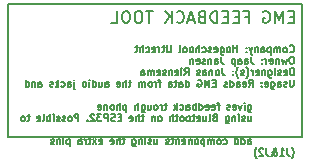
<source format=gbr>
%TF.GenerationSoftware,KiCad,Pcbnew,7.0.2-0*%
%TF.CreationDate,2023-06-05T11:27:31+02:00*%
%TF.ProjectId,Quest_EMG,51756573-745f-4454-9d47-2e6b69636164,rev?*%
%TF.SameCoordinates,Original*%
%TF.FileFunction,Legend,Bot*%
%TF.FilePolarity,Positive*%
%FSLAX46Y46*%
G04 Gerber Fmt 4.6, Leading zero omitted, Abs format (unit mm)*
G04 Created by KiCad (PCBNEW 7.0.2-0) date 2023-06-05 11:27:31*
%MOMM*%
%LPD*%
G01*
G04 APERTURE LIST*
%ADD10C,0.150000*%
%ADD11R,1.700000X1.700000*%
%ADD12O,1.700000X1.700000*%
%ADD13O,3.500000X3.500000*%
%ADD14R,1.905000X2.000000*%
%ADD15O,1.905000X2.000000*%
%ADD16C,1.700000*%
%ADD17R,0.850000X0.850000*%
%ADD18O,0.850000X0.850000*%
G04 APERTURE END LIST*
D10*
X109079904Y-32851809D02*
X108746571Y-32851809D01*
X108603714Y-33375619D02*
X109079904Y-33375619D01*
X109079904Y-33375619D02*
X109079904Y-32375619D01*
X109079904Y-32375619D02*
X108603714Y-32375619D01*
X108175142Y-33375619D02*
X108175142Y-32375619D01*
X108175142Y-32375619D02*
X107841809Y-33089904D01*
X107841809Y-33089904D02*
X107508476Y-32375619D01*
X107508476Y-32375619D02*
X107508476Y-33375619D01*
X106508476Y-32423238D02*
X106603714Y-32375619D01*
X106603714Y-32375619D02*
X106746571Y-32375619D01*
X106746571Y-32375619D02*
X106889428Y-32423238D01*
X106889428Y-32423238D02*
X106984666Y-32518476D01*
X106984666Y-32518476D02*
X107032285Y-32613714D01*
X107032285Y-32613714D02*
X107079904Y-32804190D01*
X107079904Y-32804190D02*
X107079904Y-32947047D01*
X107079904Y-32947047D02*
X107032285Y-33137523D01*
X107032285Y-33137523D02*
X106984666Y-33232761D01*
X106984666Y-33232761D02*
X106889428Y-33328000D01*
X106889428Y-33328000D02*
X106746571Y-33375619D01*
X106746571Y-33375619D02*
X106651333Y-33375619D01*
X106651333Y-33375619D02*
X106508476Y-33328000D01*
X106508476Y-33328000D02*
X106460857Y-33280380D01*
X106460857Y-33280380D02*
X106460857Y-32947047D01*
X106460857Y-32947047D02*
X106651333Y-32947047D01*
X104937047Y-32851809D02*
X105270380Y-32851809D01*
X105270380Y-33375619D02*
X105270380Y-32375619D01*
X105270380Y-32375619D02*
X104794190Y-32375619D01*
X104413237Y-32851809D02*
X104079904Y-32851809D01*
X103937047Y-33375619D02*
X104413237Y-33375619D01*
X104413237Y-33375619D02*
X104413237Y-32375619D01*
X104413237Y-32375619D02*
X103937047Y-32375619D01*
X103508475Y-32851809D02*
X103175142Y-32851809D01*
X103032285Y-33375619D02*
X103508475Y-33375619D01*
X103508475Y-33375619D02*
X103508475Y-32375619D01*
X103508475Y-32375619D02*
X103032285Y-32375619D01*
X102603713Y-33375619D02*
X102603713Y-32375619D01*
X102603713Y-32375619D02*
X102365618Y-32375619D01*
X102365618Y-32375619D02*
X102222761Y-32423238D01*
X102222761Y-32423238D02*
X102127523Y-32518476D01*
X102127523Y-32518476D02*
X102079904Y-32613714D01*
X102079904Y-32613714D02*
X102032285Y-32804190D01*
X102032285Y-32804190D02*
X102032285Y-32947047D01*
X102032285Y-32947047D02*
X102079904Y-33137523D01*
X102079904Y-33137523D02*
X102127523Y-33232761D01*
X102127523Y-33232761D02*
X102222761Y-33328000D01*
X102222761Y-33328000D02*
X102365618Y-33375619D01*
X102365618Y-33375619D02*
X102603713Y-33375619D01*
X101270380Y-32851809D02*
X101127523Y-32899428D01*
X101127523Y-32899428D02*
X101079904Y-32947047D01*
X101079904Y-32947047D02*
X101032285Y-33042285D01*
X101032285Y-33042285D02*
X101032285Y-33185142D01*
X101032285Y-33185142D02*
X101079904Y-33280380D01*
X101079904Y-33280380D02*
X101127523Y-33328000D01*
X101127523Y-33328000D02*
X101222761Y-33375619D01*
X101222761Y-33375619D02*
X101603713Y-33375619D01*
X101603713Y-33375619D02*
X101603713Y-32375619D01*
X101603713Y-32375619D02*
X101270380Y-32375619D01*
X101270380Y-32375619D02*
X101175142Y-32423238D01*
X101175142Y-32423238D02*
X101127523Y-32470857D01*
X101127523Y-32470857D02*
X101079904Y-32566095D01*
X101079904Y-32566095D02*
X101079904Y-32661333D01*
X101079904Y-32661333D02*
X101127523Y-32756571D01*
X101127523Y-32756571D02*
X101175142Y-32804190D01*
X101175142Y-32804190D02*
X101270380Y-32851809D01*
X101270380Y-32851809D02*
X101603713Y-32851809D01*
X100651332Y-33089904D02*
X100175142Y-33089904D01*
X100746570Y-33375619D02*
X100413237Y-32375619D01*
X100413237Y-32375619D02*
X100079904Y-33375619D01*
X99175142Y-33280380D02*
X99222761Y-33328000D01*
X99222761Y-33328000D02*
X99365618Y-33375619D01*
X99365618Y-33375619D02*
X99460856Y-33375619D01*
X99460856Y-33375619D02*
X99603713Y-33328000D01*
X99603713Y-33328000D02*
X99698951Y-33232761D01*
X99698951Y-33232761D02*
X99746570Y-33137523D01*
X99746570Y-33137523D02*
X99794189Y-32947047D01*
X99794189Y-32947047D02*
X99794189Y-32804190D01*
X99794189Y-32804190D02*
X99746570Y-32613714D01*
X99746570Y-32613714D02*
X99698951Y-32518476D01*
X99698951Y-32518476D02*
X99603713Y-32423238D01*
X99603713Y-32423238D02*
X99460856Y-32375619D01*
X99460856Y-32375619D02*
X99365618Y-32375619D01*
X99365618Y-32375619D02*
X99222761Y-32423238D01*
X99222761Y-32423238D02*
X99175142Y-32470857D01*
X98746570Y-33375619D02*
X98746570Y-32375619D01*
X98175142Y-33375619D02*
X98603713Y-32804190D01*
X98175142Y-32375619D02*
X98746570Y-32947047D01*
X97127522Y-32375619D02*
X96556094Y-32375619D01*
X96841808Y-33375619D02*
X96841808Y-32375619D01*
X96032284Y-32375619D02*
X95841808Y-32375619D01*
X95841808Y-32375619D02*
X95746570Y-32423238D01*
X95746570Y-32423238D02*
X95651332Y-32518476D01*
X95651332Y-32518476D02*
X95603713Y-32708952D01*
X95603713Y-32708952D02*
X95603713Y-33042285D01*
X95603713Y-33042285D02*
X95651332Y-33232761D01*
X95651332Y-33232761D02*
X95746570Y-33328000D01*
X95746570Y-33328000D02*
X95841808Y-33375619D01*
X95841808Y-33375619D02*
X96032284Y-33375619D01*
X96032284Y-33375619D02*
X96127522Y-33328000D01*
X96127522Y-33328000D02*
X96222760Y-33232761D01*
X96222760Y-33232761D02*
X96270379Y-33042285D01*
X96270379Y-33042285D02*
X96270379Y-32708952D01*
X96270379Y-32708952D02*
X96222760Y-32518476D01*
X96222760Y-32518476D02*
X96127522Y-32423238D01*
X96127522Y-32423238D02*
X96032284Y-32375619D01*
X94984665Y-32375619D02*
X94794189Y-32375619D01*
X94794189Y-32375619D02*
X94698951Y-32423238D01*
X94698951Y-32423238D02*
X94603713Y-32518476D01*
X94603713Y-32518476D02*
X94556094Y-32708952D01*
X94556094Y-32708952D02*
X94556094Y-33042285D01*
X94556094Y-33042285D02*
X94603713Y-33232761D01*
X94603713Y-33232761D02*
X94698951Y-33328000D01*
X94698951Y-33328000D02*
X94794189Y-33375619D01*
X94794189Y-33375619D02*
X94984665Y-33375619D01*
X94984665Y-33375619D02*
X95079903Y-33328000D01*
X95079903Y-33328000D02*
X95175141Y-33232761D01*
X95175141Y-33232761D02*
X95222760Y-33042285D01*
X95222760Y-33042285D02*
X95222760Y-32708952D01*
X95222760Y-32708952D02*
X95175141Y-32518476D01*
X95175141Y-32518476D02*
X95079903Y-32423238D01*
X95079903Y-32423238D02*
X94984665Y-32375619D01*
X93651332Y-33375619D02*
X94127522Y-33375619D01*
X94127522Y-33375619D02*
X94127522Y-32375619D01*
X108744285Y-35786428D02*
X108772857Y-35815000D01*
X108772857Y-35815000D02*
X108858571Y-35843571D01*
X108858571Y-35843571D02*
X108915714Y-35843571D01*
X108915714Y-35843571D02*
X109001428Y-35815000D01*
X109001428Y-35815000D02*
X109058571Y-35757857D01*
X109058571Y-35757857D02*
X109087142Y-35700714D01*
X109087142Y-35700714D02*
X109115714Y-35586428D01*
X109115714Y-35586428D02*
X109115714Y-35500714D01*
X109115714Y-35500714D02*
X109087142Y-35386428D01*
X109087142Y-35386428D02*
X109058571Y-35329285D01*
X109058571Y-35329285D02*
X109001428Y-35272142D01*
X109001428Y-35272142D02*
X108915714Y-35243571D01*
X108915714Y-35243571D02*
X108858571Y-35243571D01*
X108858571Y-35243571D02*
X108772857Y-35272142D01*
X108772857Y-35272142D02*
X108744285Y-35300714D01*
X108401428Y-35843571D02*
X108458571Y-35815000D01*
X108458571Y-35815000D02*
X108487142Y-35786428D01*
X108487142Y-35786428D02*
X108515714Y-35729285D01*
X108515714Y-35729285D02*
X108515714Y-35557857D01*
X108515714Y-35557857D02*
X108487142Y-35500714D01*
X108487142Y-35500714D02*
X108458571Y-35472142D01*
X108458571Y-35472142D02*
X108401428Y-35443571D01*
X108401428Y-35443571D02*
X108315714Y-35443571D01*
X108315714Y-35443571D02*
X108258571Y-35472142D01*
X108258571Y-35472142D02*
X108230000Y-35500714D01*
X108230000Y-35500714D02*
X108201428Y-35557857D01*
X108201428Y-35557857D02*
X108201428Y-35729285D01*
X108201428Y-35729285D02*
X108230000Y-35786428D01*
X108230000Y-35786428D02*
X108258571Y-35815000D01*
X108258571Y-35815000D02*
X108315714Y-35843571D01*
X108315714Y-35843571D02*
X108401428Y-35843571D01*
X107944285Y-35843571D02*
X107944285Y-35443571D01*
X107944285Y-35500714D02*
X107915714Y-35472142D01*
X107915714Y-35472142D02*
X107858571Y-35443571D01*
X107858571Y-35443571D02*
X107772857Y-35443571D01*
X107772857Y-35443571D02*
X107715714Y-35472142D01*
X107715714Y-35472142D02*
X107687143Y-35529285D01*
X107687143Y-35529285D02*
X107687143Y-35843571D01*
X107687143Y-35529285D02*
X107658571Y-35472142D01*
X107658571Y-35472142D02*
X107601428Y-35443571D01*
X107601428Y-35443571D02*
X107515714Y-35443571D01*
X107515714Y-35443571D02*
X107458571Y-35472142D01*
X107458571Y-35472142D02*
X107430000Y-35529285D01*
X107430000Y-35529285D02*
X107430000Y-35843571D01*
X107144285Y-35443571D02*
X107144285Y-36043571D01*
X107144285Y-35472142D02*
X107087143Y-35443571D01*
X107087143Y-35443571D02*
X106972857Y-35443571D01*
X106972857Y-35443571D02*
X106915714Y-35472142D01*
X106915714Y-35472142D02*
X106887143Y-35500714D01*
X106887143Y-35500714D02*
X106858571Y-35557857D01*
X106858571Y-35557857D02*
X106858571Y-35729285D01*
X106858571Y-35729285D02*
X106887143Y-35786428D01*
X106887143Y-35786428D02*
X106915714Y-35815000D01*
X106915714Y-35815000D02*
X106972857Y-35843571D01*
X106972857Y-35843571D02*
X107087143Y-35843571D01*
X107087143Y-35843571D02*
X107144285Y-35815000D01*
X106344286Y-35843571D02*
X106344286Y-35529285D01*
X106344286Y-35529285D02*
X106372857Y-35472142D01*
X106372857Y-35472142D02*
X106430000Y-35443571D01*
X106430000Y-35443571D02*
X106544286Y-35443571D01*
X106544286Y-35443571D02*
X106601428Y-35472142D01*
X106344286Y-35815000D02*
X106401428Y-35843571D01*
X106401428Y-35843571D02*
X106544286Y-35843571D01*
X106544286Y-35843571D02*
X106601428Y-35815000D01*
X106601428Y-35815000D02*
X106630000Y-35757857D01*
X106630000Y-35757857D02*
X106630000Y-35700714D01*
X106630000Y-35700714D02*
X106601428Y-35643571D01*
X106601428Y-35643571D02*
X106544286Y-35615000D01*
X106544286Y-35615000D02*
X106401428Y-35615000D01*
X106401428Y-35615000D02*
X106344286Y-35586428D01*
X106058571Y-35443571D02*
X106058571Y-35843571D01*
X106058571Y-35500714D02*
X106030000Y-35472142D01*
X106030000Y-35472142D02*
X105972857Y-35443571D01*
X105972857Y-35443571D02*
X105887143Y-35443571D01*
X105887143Y-35443571D02*
X105830000Y-35472142D01*
X105830000Y-35472142D02*
X105801429Y-35529285D01*
X105801429Y-35529285D02*
X105801429Y-35843571D01*
X105572857Y-35443571D02*
X105430000Y-35843571D01*
X105287143Y-35443571D02*
X105430000Y-35843571D01*
X105430000Y-35843571D02*
X105487143Y-35986428D01*
X105487143Y-35986428D02*
X105515714Y-36015000D01*
X105515714Y-36015000D02*
X105572857Y-36043571D01*
X105058571Y-35786428D02*
X105030000Y-35815000D01*
X105030000Y-35815000D02*
X105058571Y-35843571D01*
X105058571Y-35843571D02*
X105087143Y-35815000D01*
X105087143Y-35815000D02*
X105058571Y-35786428D01*
X105058571Y-35786428D02*
X105058571Y-35843571D01*
X105058571Y-35472142D02*
X105030000Y-35500714D01*
X105030000Y-35500714D02*
X105058571Y-35529285D01*
X105058571Y-35529285D02*
X105087143Y-35500714D01*
X105087143Y-35500714D02*
X105058571Y-35472142D01*
X105058571Y-35472142D02*
X105058571Y-35529285D01*
X104315714Y-35843571D02*
X104315714Y-35243571D01*
X104315714Y-35529285D02*
X103972857Y-35529285D01*
X103972857Y-35843571D02*
X103972857Y-35243571D01*
X103601429Y-35843571D02*
X103658572Y-35815000D01*
X103658572Y-35815000D02*
X103687143Y-35786428D01*
X103687143Y-35786428D02*
X103715715Y-35729285D01*
X103715715Y-35729285D02*
X103715715Y-35557857D01*
X103715715Y-35557857D02*
X103687143Y-35500714D01*
X103687143Y-35500714D02*
X103658572Y-35472142D01*
X103658572Y-35472142D02*
X103601429Y-35443571D01*
X103601429Y-35443571D02*
X103515715Y-35443571D01*
X103515715Y-35443571D02*
X103458572Y-35472142D01*
X103458572Y-35472142D02*
X103430001Y-35500714D01*
X103430001Y-35500714D02*
X103401429Y-35557857D01*
X103401429Y-35557857D02*
X103401429Y-35729285D01*
X103401429Y-35729285D02*
X103430001Y-35786428D01*
X103430001Y-35786428D02*
X103458572Y-35815000D01*
X103458572Y-35815000D02*
X103515715Y-35843571D01*
X103515715Y-35843571D02*
X103601429Y-35843571D01*
X102887144Y-35443571D02*
X102887144Y-35929285D01*
X102887144Y-35929285D02*
X102915715Y-35986428D01*
X102915715Y-35986428D02*
X102944286Y-36015000D01*
X102944286Y-36015000D02*
X103001429Y-36043571D01*
X103001429Y-36043571D02*
X103087144Y-36043571D01*
X103087144Y-36043571D02*
X103144286Y-36015000D01*
X102887144Y-35815000D02*
X102944286Y-35843571D01*
X102944286Y-35843571D02*
X103058572Y-35843571D01*
X103058572Y-35843571D02*
X103115715Y-35815000D01*
X103115715Y-35815000D02*
X103144286Y-35786428D01*
X103144286Y-35786428D02*
X103172858Y-35729285D01*
X103172858Y-35729285D02*
X103172858Y-35557857D01*
X103172858Y-35557857D02*
X103144286Y-35500714D01*
X103144286Y-35500714D02*
X103115715Y-35472142D01*
X103115715Y-35472142D02*
X103058572Y-35443571D01*
X103058572Y-35443571D02*
X102944286Y-35443571D01*
X102944286Y-35443571D02*
X102887144Y-35472142D01*
X102372858Y-35815000D02*
X102430001Y-35843571D01*
X102430001Y-35843571D02*
X102544287Y-35843571D01*
X102544287Y-35843571D02*
X102601429Y-35815000D01*
X102601429Y-35815000D02*
X102630001Y-35757857D01*
X102630001Y-35757857D02*
X102630001Y-35529285D01*
X102630001Y-35529285D02*
X102601429Y-35472142D01*
X102601429Y-35472142D02*
X102544287Y-35443571D01*
X102544287Y-35443571D02*
X102430001Y-35443571D01*
X102430001Y-35443571D02*
X102372858Y-35472142D01*
X102372858Y-35472142D02*
X102344287Y-35529285D01*
X102344287Y-35529285D02*
X102344287Y-35586428D01*
X102344287Y-35586428D02*
X102630001Y-35643571D01*
X102115715Y-35815000D02*
X102058572Y-35843571D01*
X102058572Y-35843571D02*
X101944286Y-35843571D01*
X101944286Y-35843571D02*
X101887143Y-35815000D01*
X101887143Y-35815000D02*
X101858572Y-35757857D01*
X101858572Y-35757857D02*
X101858572Y-35729285D01*
X101858572Y-35729285D02*
X101887143Y-35672142D01*
X101887143Y-35672142D02*
X101944286Y-35643571D01*
X101944286Y-35643571D02*
X102030001Y-35643571D01*
X102030001Y-35643571D02*
X102087143Y-35615000D01*
X102087143Y-35615000D02*
X102115715Y-35557857D01*
X102115715Y-35557857D02*
X102115715Y-35529285D01*
X102115715Y-35529285D02*
X102087143Y-35472142D01*
X102087143Y-35472142D02*
X102030001Y-35443571D01*
X102030001Y-35443571D02*
X101944286Y-35443571D01*
X101944286Y-35443571D02*
X101887143Y-35472142D01*
X101344287Y-35815000D02*
X101401429Y-35843571D01*
X101401429Y-35843571D02*
X101515715Y-35843571D01*
X101515715Y-35843571D02*
X101572858Y-35815000D01*
X101572858Y-35815000D02*
X101601429Y-35786428D01*
X101601429Y-35786428D02*
X101630001Y-35729285D01*
X101630001Y-35729285D02*
X101630001Y-35557857D01*
X101630001Y-35557857D02*
X101601429Y-35500714D01*
X101601429Y-35500714D02*
X101572858Y-35472142D01*
X101572858Y-35472142D02*
X101515715Y-35443571D01*
X101515715Y-35443571D02*
X101401429Y-35443571D01*
X101401429Y-35443571D02*
X101344287Y-35472142D01*
X101087143Y-35843571D02*
X101087143Y-35243571D01*
X100830001Y-35843571D02*
X100830001Y-35529285D01*
X100830001Y-35529285D02*
X100858572Y-35472142D01*
X100858572Y-35472142D02*
X100915715Y-35443571D01*
X100915715Y-35443571D02*
X101001429Y-35443571D01*
X101001429Y-35443571D02*
X101058572Y-35472142D01*
X101058572Y-35472142D02*
X101087143Y-35500714D01*
X100458572Y-35843571D02*
X100515715Y-35815000D01*
X100515715Y-35815000D02*
X100544286Y-35786428D01*
X100544286Y-35786428D02*
X100572858Y-35729285D01*
X100572858Y-35729285D02*
X100572858Y-35557857D01*
X100572858Y-35557857D02*
X100544286Y-35500714D01*
X100544286Y-35500714D02*
X100515715Y-35472142D01*
X100515715Y-35472142D02*
X100458572Y-35443571D01*
X100458572Y-35443571D02*
X100372858Y-35443571D01*
X100372858Y-35443571D02*
X100315715Y-35472142D01*
X100315715Y-35472142D02*
X100287144Y-35500714D01*
X100287144Y-35500714D02*
X100258572Y-35557857D01*
X100258572Y-35557857D02*
X100258572Y-35729285D01*
X100258572Y-35729285D02*
X100287144Y-35786428D01*
X100287144Y-35786428D02*
X100315715Y-35815000D01*
X100315715Y-35815000D02*
X100372858Y-35843571D01*
X100372858Y-35843571D02*
X100458572Y-35843571D01*
X99915715Y-35843571D02*
X99972858Y-35815000D01*
X99972858Y-35815000D02*
X100001429Y-35786428D01*
X100001429Y-35786428D02*
X100030001Y-35729285D01*
X100030001Y-35729285D02*
X100030001Y-35557857D01*
X100030001Y-35557857D02*
X100001429Y-35500714D01*
X100001429Y-35500714D02*
X99972858Y-35472142D01*
X99972858Y-35472142D02*
X99915715Y-35443571D01*
X99915715Y-35443571D02*
X99830001Y-35443571D01*
X99830001Y-35443571D02*
X99772858Y-35472142D01*
X99772858Y-35472142D02*
X99744287Y-35500714D01*
X99744287Y-35500714D02*
X99715715Y-35557857D01*
X99715715Y-35557857D02*
X99715715Y-35729285D01*
X99715715Y-35729285D02*
X99744287Y-35786428D01*
X99744287Y-35786428D02*
X99772858Y-35815000D01*
X99772858Y-35815000D02*
X99830001Y-35843571D01*
X99830001Y-35843571D02*
X99915715Y-35843571D01*
X99372858Y-35843571D02*
X99430001Y-35815000D01*
X99430001Y-35815000D02*
X99458572Y-35757857D01*
X99458572Y-35757857D02*
X99458572Y-35243571D01*
X98687143Y-35243571D02*
X98687143Y-35729285D01*
X98687143Y-35729285D02*
X98658572Y-35786428D01*
X98658572Y-35786428D02*
X98630001Y-35815000D01*
X98630001Y-35815000D02*
X98572858Y-35843571D01*
X98572858Y-35843571D02*
X98458572Y-35843571D01*
X98458572Y-35843571D02*
X98401429Y-35815000D01*
X98401429Y-35815000D02*
X98372858Y-35786428D01*
X98372858Y-35786428D02*
X98344286Y-35729285D01*
X98344286Y-35729285D02*
X98344286Y-35243571D01*
X98144287Y-35443571D02*
X97915715Y-35443571D01*
X98058572Y-35243571D02*
X98058572Y-35757857D01*
X98058572Y-35757857D02*
X98030001Y-35815000D01*
X98030001Y-35815000D02*
X97972858Y-35843571D01*
X97972858Y-35843571D02*
X97915715Y-35843571D01*
X97715715Y-35843571D02*
X97715715Y-35443571D01*
X97715715Y-35557857D02*
X97687144Y-35500714D01*
X97687144Y-35500714D02*
X97658573Y-35472142D01*
X97658573Y-35472142D02*
X97601430Y-35443571D01*
X97601430Y-35443571D02*
X97544287Y-35443571D01*
X97115715Y-35815000D02*
X97172858Y-35843571D01*
X97172858Y-35843571D02*
X97287144Y-35843571D01*
X97287144Y-35843571D02*
X97344286Y-35815000D01*
X97344286Y-35815000D02*
X97372858Y-35757857D01*
X97372858Y-35757857D02*
X97372858Y-35529285D01*
X97372858Y-35529285D02*
X97344286Y-35472142D01*
X97344286Y-35472142D02*
X97287144Y-35443571D01*
X97287144Y-35443571D02*
X97172858Y-35443571D01*
X97172858Y-35443571D02*
X97115715Y-35472142D01*
X97115715Y-35472142D02*
X97087144Y-35529285D01*
X97087144Y-35529285D02*
X97087144Y-35586428D01*
X97087144Y-35586428D02*
X97372858Y-35643571D01*
X96572858Y-35815000D02*
X96630000Y-35843571D01*
X96630000Y-35843571D02*
X96744286Y-35843571D01*
X96744286Y-35843571D02*
X96801429Y-35815000D01*
X96801429Y-35815000D02*
X96830000Y-35786428D01*
X96830000Y-35786428D02*
X96858572Y-35729285D01*
X96858572Y-35729285D02*
X96858572Y-35557857D01*
X96858572Y-35557857D02*
X96830000Y-35500714D01*
X96830000Y-35500714D02*
X96801429Y-35472142D01*
X96801429Y-35472142D02*
X96744286Y-35443571D01*
X96744286Y-35443571D02*
X96630000Y-35443571D01*
X96630000Y-35443571D02*
X96572858Y-35472142D01*
X96315714Y-35843571D02*
X96315714Y-35243571D01*
X96058572Y-35843571D02*
X96058572Y-35529285D01*
X96058572Y-35529285D02*
X96087143Y-35472142D01*
X96087143Y-35472142D02*
X96144286Y-35443571D01*
X96144286Y-35443571D02*
X96230000Y-35443571D01*
X96230000Y-35443571D02*
X96287143Y-35472142D01*
X96287143Y-35472142D02*
X96315714Y-35500714D01*
X95858572Y-35443571D02*
X95630000Y-35443571D01*
X95772857Y-35243571D02*
X95772857Y-35757857D01*
X95772857Y-35757857D02*
X95744286Y-35815000D01*
X95744286Y-35815000D02*
X95687143Y-35843571D01*
X95687143Y-35843571D02*
X95630000Y-35843571D01*
X108972857Y-36215571D02*
X108858571Y-36215571D01*
X108858571Y-36215571D02*
X108801428Y-36244142D01*
X108801428Y-36244142D02*
X108744285Y-36301285D01*
X108744285Y-36301285D02*
X108715714Y-36415571D01*
X108715714Y-36415571D02*
X108715714Y-36615571D01*
X108715714Y-36615571D02*
X108744285Y-36729857D01*
X108744285Y-36729857D02*
X108801428Y-36787000D01*
X108801428Y-36787000D02*
X108858571Y-36815571D01*
X108858571Y-36815571D02*
X108972857Y-36815571D01*
X108972857Y-36815571D02*
X109030000Y-36787000D01*
X109030000Y-36787000D02*
X109087142Y-36729857D01*
X109087142Y-36729857D02*
X109115714Y-36615571D01*
X109115714Y-36615571D02*
X109115714Y-36415571D01*
X109115714Y-36415571D02*
X109087142Y-36301285D01*
X109087142Y-36301285D02*
X109030000Y-36244142D01*
X109030000Y-36244142D02*
X108972857Y-36215571D01*
X108515714Y-36415571D02*
X108401429Y-36815571D01*
X108401429Y-36815571D02*
X108287143Y-36529857D01*
X108287143Y-36529857D02*
X108172857Y-36815571D01*
X108172857Y-36815571D02*
X108058571Y-36415571D01*
X107830000Y-36415571D02*
X107830000Y-36815571D01*
X107830000Y-36472714D02*
X107801429Y-36444142D01*
X107801429Y-36444142D02*
X107744286Y-36415571D01*
X107744286Y-36415571D02*
X107658572Y-36415571D01*
X107658572Y-36415571D02*
X107601429Y-36444142D01*
X107601429Y-36444142D02*
X107572858Y-36501285D01*
X107572858Y-36501285D02*
X107572858Y-36815571D01*
X107058572Y-36787000D02*
X107115715Y-36815571D01*
X107115715Y-36815571D02*
X107230001Y-36815571D01*
X107230001Y-36815571D02*
X107287143Y-36787000D01*
X107287143Y-36787000D02*
X107315715Y-36729857D01*
X107315715Y-36729857D02*
X107315715Y-36501285D01*
X107315715Y-36501285D02*
X107287143Y-36444142D01*
X107287143Y-36444142D02*
X107230001Y-36415571D01*
X107230001Y-36415571D02*
X107115715Y-36415571D01*
X107115715Y-36415571D02*
X107058572Y-36444142D01*
X107058572Y-36444142D02*
X107030001Y-36501285D01*
X107030001Y-36501285D02*
X107030001Y-36558428D01*
X107030001Y-36558428D02*
X107315715Y-36615571D01*
X106772857Y-36815571D02*
X106772857Y-36415571D01*
X106772857Y-36529857D02*
X106744286Y-36472714D01*
X106744286Y-36472714D02*
X106715715Y-36444142D01*
X106715715Y-36444142D02*
X106658572Y-36415571D01*
X106658572Y-36415571D02*
X106601429Y-36415571D01*
X106401428Y-36758428D02*
X106372857Y-36787000D01*
X106372857Y-36787000D02*
X106401428Y-36815571D01*
X106401428Y-36815571D02*
X106430000Y-36787000D01*
X106430000Y-36787000D02*
X106401428Y-36758428D01*
X106401428Y-36758428D02*
X106401428Y-36815571D01*
X106401428Y-36444142D02*
X106372857Y-36472714D01*
X106372857Y-36472714D02*
X106401428Y-36501285D01*
X106401428Y-36501285D02*
X106430000Y-36472714D01*
X106430000Y-36472714D02*
X106401428Y-36444142D01*
X106401428Y-36444142D02*
X106401428Y-36501285D01*
X105487143Y-36215571D02*
X105487143Y-36644142D01*
X105487143Y-36644142D02*
X105515714Y-36729857D01*
X105515714Y-36729857D02*
X105572857Y-36787000D01*
X105572857Y-36787000D02*
X105658571Y-36815571D01*
X105658571Y-36815571D02*
X105715714Y-36815571D01*
X104944286Y-36815571D02*
X104944286Y-36501285D01*
X104944286Y-36501285D02*
X104972857Y-36444142D01*
X104972857Y-36444142D02*
X105030000Y-36415571D01*
X105030000Y-36415571D02*
X105144286Y-36415571D01*
X105144286Y-36415571D02*
X105201428Y-36444142D01*
X104944286Y-36787000D02*
X105001428Y-36815571D01*
X105001428Y-36815571D02*
X105144286Y-36815571D01*
X105144286Y-36815571D02*
X105201428Y-36787000D01*
X105201428Y-36787000D02*
X105230000Y-36729857D01*
X105230000Y-36729857D02*
X105230000Y-36672714D01*
X105230000Y-36672714D02*
X105201428Y-36615571D01*
X105201428Y-36615571D02*
X105144286Y-36587000D01*
X105144286Y-36587000D02*
X105001428Y-36587000D01*
X105001428Y-36587000D02*
X104944286Y-36558428D01*
X104401429Y-36815571D02*
X104401429Y-36501285D01*
X104401429Y-36501285D02*
X104430000Y-36444142D01*
X104430000Y-36444142D02*
X104487143Y-36415571D01*
X104487143Y-36415571D02*
X104601429Y-36415571D01*
X104601429Y-36415571D02*
X104658571Y-36444142D01*
X104401429Y-36787000D02*
X104458571Y-36815571D01*
X104458571Y-36815571D02*
X104601429Y-36815571D01*
X104601429Y-36815571D02*
X104658571Y-36787000D01*
X104658571Y-36787000D02*
X104687143Y-36729857D01*
X104687143Y-36729857D02*
X104687143Y-36672714D01*
X104687143Y-36672714D02*
X104658571Y-36615571D01*
X104658571Y-36615571D02*
X104601429Y-36587000D01*
X104601429Y-36587000D02*
X104458571Y-36587000D01*
X104458571Y-36587000D02*
X104401429Y-36558428D01*
X104115714Y-36415571D02*
X104115714Y-37015571D01*
X104115714Y-36444142D02*
X104058572Y-36415571D01*
X104058572Y-36415571D02*
X103944286Y-36415571D01*
X103944286Y-36415571D02*
X103887143Y-36444142D01*
X103887143Y-36444142D02*
X103858572Y-36472714D01*
X103858572Y-36472714D02*
X103830000Y-36529857D01*
X103830000Y-36529857D02*
X103830000Y-36701285D01*
X103830000Y-36701285D02*
X103858572Y-36758428D01*
X103858572Y-36758428D02*
X103887143Y-36787000D01*
X103887143Y-36787000D02*
X103944286Y-36815571D01*
X103944286Y-36815571D02*
X104058572Y-36815571D01*
X104058572Y-36815571D02*
X104115714Y-36787000D01*
X102944286Y-36215571D02*
X102944286Y-36644142D01*
X102944286Y-36644142D02*
X102972857Y-36729857D01*
X102972857Y-36729857D02*
X103030000Y-36787000D01*
X103030000Y-36787000D02*
X103115714Y-36815571D01*
X103115714Y-36815571D02*
X103172857Y-36815571D01*
X102401429Y-36815571D02*
X102401429Y-36501285D01*
X102401429Y-36501285D02*
X102430000Y-36444142D01*
X102430000Y-36444142D02*
X102487143Y-36415571D01*
X102487143Y-36415571D02*
X102601429Y-36415571D01*
X102601429Y-36415571D02*
X102658571Y-36444142D01*
X102401429Y-36787000D02*
X102458571Y-36815571D01*
X102458571Y-36815571D02*
X102601429Y-36815571D01*
X102601429Y-36815571D02*
X102658571Y-36787000D01*
X102658571Y-36787000D02*
X102687143Y-36729857D01*
X102687143Y-36729857D02*
X102687143Y-36672714D01*
X102687143Y-36672714D02*
X102658571Y-36615571D01*
X102658571Y-36615571D02*
X102601429Y-36587000D01*
X102601429Y-36587000D02*
X102458571Y-36587000D01*
X102458571Y-36587000D02*
X102401429Y-36558428D01*
X102115714Y-36415571D02*
X102115714Y-36815571D01*
X102115714Y-36472714D02*
X102087143Y-36444142D01*
X102087143Y-36444142D02*
X102030000Y-36415571D01*
X102030000Y-36415571D02*
X101944286Y-36415571D01*
X101944286Y-36415571D02*
X101887143Y-36444142D01*
X101887143Y-36444142D02*
X101858572Y-36501285D01*
X101858572Y-36501285D02*
X101858572Y-36815571D01*
X101601429Y-36787000D02*
X101544286Y-36815571D01*
X101544286Y-36815571D02*
X101430000Y-36815571D01*
X101430000Y-36815571D02*
X101372857Y-36787000D01*
X101372857Y-36787000D02*
X101344286Y-36729857D01*
X101344286Y-36729857D02*
X101344286Y-36701285D01*
X101344286Y-36701285D02*
X101372857Y-36644142D01*
X101372857Y-36644142D02*
X101430000Y-36615571D01*
X101430000Y-36615571D02*
X101515715Y-36615571D01*
X101515715Y-36615571D02*
X101572857Y-36587000D01*
X101572857Y-36587000D02*
X101601429Y-36529857D01*
X101601429Y-36529857D02*
X101601429Y-36501285D01*
X101601429Y-36501285D02*
X101572857Y-36444142D01*
X101572857Y-36444142D02*
X101515715Y-36415571D01*
X101515715Y-36415571D02*
X101430000Y-36415571D01*
X101430000Y-36415571D02*
X101372857Y-36444142D01*
X100858572Y-36787000D02*
X100915715Y-36815571D01*
X100915715Y-36815571D02*
X101030001Y-36815571D01*
X101030001Y-36815571D02*
X101087143Y-36787000D01*
X101087143Y-36787000D02*
X101115715Y-36729857D01*
X101115715Y-36729857D02*
X101115715Y-36501285D01*
X101115715Y-36501285D02*
X101087143Y-36444142D01*
X101087143Y-36444142D02*
X101030001Y-36415571D01*
X101030001Y-36415571D02*
X100915715Y-36415571D01*
X100915715Y-36415571D02*
X100858572Y-36444142D01*
X100858572Y-36444142D02*
X100830001Y-36501285D01*
X100830001Y-36501285D02*
X100830001Y-36558428D01*
X100830001Y-36558428D02*
X101115715Y-36615571D01*
X100572857Y-36415571D02*
X100572857Y-36815571D01*
X100572857Y-36472714D02*
X100544286Y-36444142D01*
X100544286Y-36444142D02*
X100487143Y-36415571D01*
X100487143Y-36415571D02*
X100401429Y-36415571D01*
X100401429Y-36415571D02*
X100344286Y-36444142D01*
X100344286Y-36444142D02*
X100315715Y-36501285D01*
X100315715Y-36501285D02*
X100315715Y-36815571D01*
X109087142Y-37787571D02*
X109087142Y-37187571D01*
X109087142Y-37187571D02*
X108944285Y-37187571D01*
X108944285Y-37187571D02*
X108858571Y-37216142D01*
X108858571Y-37216142D02*
X108801428Y-37273285D01*
X108801428Y-37273285D02*
X108772857Y-37330428D01*
X108772857Y-37330428D02*
X108744285Y-37444714D01*
X108744285Y-37444714D02*
X108744285Y-37530428D01*
X108744285Y-37530428D02*
X108772857Y-37644714D01*
X108772857Y-37644714D02*
X108801428Y-37701857D01*
X108801428Y-37701857D02*
X108858571Y-37759000D01*
X108858571Y-37759000D02*
X108944285Y-37787571D01*
X108944285Y-37787571D02*
X109087142Y-37787571D01*
X108258571Y-37759000D02*
X108315714Y-37787571D01*
X108315714Y-37787571D02*
X108430000Y-37787571D01*
X108430000Y-37787571D02*
X108487142Y-37759000D01*
X108487142Y-37759000D02*
X108515714Y-37701857D01*
X108515714Y-37701857D02*
X108515714Y-37473285D01*
X108515714Y-37473285D02*
X108487142Y-37416142D01*
X108487142Y-37416142D02*
X108430000Y-37387571D01*
X108430000Y-37387571D02*
X108315714Y-37387571D01*
X108315714Y-37387571D02*
X108258571Y-37416142D01*
X108258571Y-37416142D02*
X108230000Y-37473285D01*
X108230000Y-37473285D02*
X108230000Y-37530428D01*
X108230000Y-37530428D02*
X108515714Y-37587571D01*
X108001428Y-37759000D02*
X107944285Y-37787571D01*
X107944285Y-37787571D02*
X107829999Y-37787571D01*
X107829999Y-37787571D02*
X107772856Y-37759000D01*
X107772856Y-37759000D02*
X107744285Y-37701857D01*
X107744285Y-37701857D02*
X107744285Y-37673285D01*
X107744285Y-37673285D02*
X107772856Y-37616142D01*
X107772856Y-37616142D02*
X107829999Y-37587571D01*
X107829999Y-37587571D02*
X107915714Y-37587571D01*
X107915714Y-37587571D02*
X107972856Y-37559000D01*
X107972856Y-37559000D02*
X108001428Y-37501857D01*
X108001428Y-37501857D02*
X108001428Y-37473285D01*
X108001428Y-37473285D02*
X107972856Y-37416142D01*
X107972856Y-37416142D02*
X107915714Y-37387571D01*
X107915714Y-37387571D02*
X107829999Y-37387571D01*
X107829999Y-37387571D02*
X107772856Y-37416142D01*
X107487142Y-37787571D02*
X107487142Y-37387571D01*
X107487142Y-37187571D02*
X107515714Y-37216142D01*
X107515714Y-37216142D02*
X107487142Y-37244714D01*
X107487142Y-37244714D02*
X107458571Y-37216142D01*
X107458571Y-37216142D02*
X107487142Y-37187571D01*
X107487142Y-37187571D02*
X107487142Y-37244714D01*
X106944286Y-37387571D02*
X106944286Y-37873285D01*
X106944286Y-37873285D02*
X106972857Y-37930428D01*
X106972857Y-37930428D02*
X107001428Y-37959000D01*
X107001428Y-37959000D02*
X107058571Y-37987571D01*
X107058571Y-37987571D02*
X107144286Y-37987571D01*
X107144286Y-37987571D02*
X107201428Y-37959000D01*
X106944286Y-37759000D02*
X107001428Y-37787571D01*
X107001428Y-37787571D02*
X107115714Y-37787571D01*
X107115714Y-37787571D02*
X107172857Y-37759000D01*
X107172857Y-37759000D02*
X107201428Y-37730428D01*
X107201428Y-37730428D02*
X107230000Y-37673285D01*
X107230000Y-37673285D02*
X107230000Y-37501857D01*
X107230000Y-37501857D02*
X107201428Y-37444714D01*
X107201428Y-37444714D02*
X107172857Y-37416142D01*
X107172857Y-37416142D02*
X107115714Y-37387571D01*
X107115714Y-37387571D02*
X107001428Y-37387571D01*
X107001428Y-37387571D02*
X106944286Y-37416142D01*
X106658571Y-37387571D02*
X106658571Y-37787571D01*
X106658571Y-37444714D02*
X106630000Y-37416142D01*
X106630000Y-37416142D02*
X106572857Y-37387571D01*
X106572857Y-37387571D02*
X106487143Y-37387571D01*
X106487143Y-37387571D02*
X106430000Y-37416142D01*
X106430000Y-37416142D02*
X106401429Y-37473285D01*
X106401429Y-37473285D02*
X106401429Y-37787571D01*
X105887143Y-37759000D02*
X105944286Y-37787571D01*
X105944286Y-37787571D02*
X106058572Y-37787571D01*
X106058572Y-37787571D02*
X106115714Y-37759000D01*
X106115714Y-37759000D02*
X106144286Y-37701857D01*
X106144286Y-37701857D02*
X106144286Y-37473285D01*
X106144286Y-37473285D02*
X106115714Y-37416142D01*
X106115714Y-37416142D02*
X106058572Y-37387571D01*
X106058572Y-37387571D02*
X105944286Y-37387571D01*
X105944286Y-37387571D02*
X105887143Y-37416142D01*
X105887143Y-37416142D02*
X105858572Y-37473285D01*
X105858572Y-37473285D02*
X105858572Y-37530428D01*
X105858572Y-37530428D02*
X106144286Y-37587571D01*
X105601428Y-37787571D02*
X105601428Y-37387571D01*
X105601428Y-37501857D02*
X105572857Y-37444714D01*
X105572857Y-37444714D02*
X105544286Y-37416142D01*
X105544286Y-37416142D02*
X105487143Y-37387571D01*
X105487143Y-37387571D02*
X105430000Y-37387571D01*
X105058571Y-38016142D02*
X105087142Y-37987571D01*
X105087142Y-37987571D02*
X105144285Y-37901857D01*
X105144285Y-37901857D02*
X105172857Y-37844714D01*
X105172857Y-37844714D02*
X105201428Y-37759000D01*
X105201428Y-37759000D02*
X105229999Y-37616142D01*
X105229999Y-37616142D02*
X105229999Y-37501857D01*
X105229999Y-37501857D02*
X105201428Y-37359000D01*
X105201428Y-37359000D02*
X105172857Y-37273285D01*
X105172857Y-37273285D02*
X105144285Y-37216142D01*
X105144285Y-37216142D02*
X105087142Y-37130428D01*
X105087142Y-37130428D02*
X105058571Y-37101857D01*
X104858571Y-37759000D02*
X104801428Y-37787571D01*
X104801428Y-37787571D02*
X104687142Y-37787571D01*
X104687142Y-37787571D02*
X104629999Y-37759000D01*
X104629999Y-37759000D02*
X104601428Y-37701857D01*
X104601428Y-37701857D02*
X104601428Y-37673285D01*
X104601428Y-37673285D02*
X104629999Y-37616142D01*
X104629999Y-37616142D02*
X104687142Y-37587571D01*
X104687142Y-37587571D02*
X104772857Y-37587571D01*
X104772857Y-37587571D02*
X104829999Y-37559000D01*
X104829999Y-37559000D02*
X104858571Y-37501857D01*
X104858571Y-37501857D02*
X104858571Y-37473285D01*
X104858571Y-37473285D02*
X104829999Y-37416142D01*
X104829999Y-37416142D02*
X104772857Y-37387571D01*
X104772857Y-37387571D02*
X104687142Y-37387571D01*
X104687142Y-37387571D02*
X104629999Y-37416142D01*
X104401428Y-38016142D02*
X104372857Y-37987571D01*
X104372857Y-37987571D02*
X104315714Y-37901857D01*
X104315714Y-37901857D02*
X104287143Y-37844714D01*
X104287143Y-37844714D02*
X104258571Y-37759000D01*
X104258571Y-37759000D02*
X104230000Y-37616142D01*
X104230000Y-37616142D02*
X104230000Y-37501857D01*
X104230000Y-37501857D02*
X104258571Y-37359000D01*
X104258571Y-37359000D02*
X104287143Y-37273285D01*
X104287143Y-37273285D02*
X104315714Y-37216142D01*
X104315714Y-37216142D02*
X104372857Y-37130428D01*
X104372857Y-37130428D02*
X104401428Y-37101857D01*
X103944285Y-37730428D02*
X103915714Y-37759000D01*
X103915714Y-37759000D02*
X103944285Y-37787571D01*
X103944285Y-37787571D02*
X103972857Y-37759000D01*
X103972857Y-37759000D02*
X103944285Y-37730428D01*
X103944285Y-37730428D02*
X103944285Y-37787571D01*
X103944285Y-37416142D02*
X103915714Y-37444714D01*
X103915714Y-37444714D02*
X103944285Y-37473285D01*
X103944285Y-37473285D02*
X103972857Y-37444714D01*
X103972857Y-37444714D02*
X103944285Y-37416142D01*
X103944285Y-37416142D02*
X103944285Y-37473285D01*
X103030000Y-37187571D02*
X103030000Y-37616142D01*
X103030000Y-37616142D02*
X103058571Y-37701857D01*
X103058571Y-37701857D02*
X103115714Y-37759000D01*
X103115714Y-37759000D02*
X103201428Y-37787571D01*
X103201428Y-37787571D02*
X103258571Y-37787571D01*
X102658571Y-37787571D02*
X102715714Y-37759000D01*
X102715714Y-37759000D02*
X102744285Y-37730428D01*
X102744285Y-37730428D02*
X102772857Y-37673285D01*
X102772857Y-37673285D02*
X102772857Y-37501857D01*
X102772857Y-37501857D02*
X102744285Y-37444714D01*
X102744285Y-37444714D02*
X102715714Y-37416142D01*
X102715714Y-37416142D02*
X102658571Y-37387571D01*
X102658571Y-37387571D02*
X102572857Y-37387571D01*
X102572857Y-37387571D02*
X102515714Y-37416142D01*
X102515714Y-37416142D02*
X102487143Y-37444714D01*
X102487143Y-37444714D02*
X102458571Y-37501857D01*
X102458571Y-37501857D02*
X102458571Y-37673285D01*
X102458571Y-37673285D02*
X102487143Y-37730428D01*
X102487143Y-37730428D02*
X102515714Y-37759000D01*
X102515714Y-37759000D02*
X102572857Y-37787571D01*
X102572857Y-37787571D02*
X102658571Y-37787571D01*
X102201428Y-37387571D02*
X102201428Y-37787571D01*
X102201428Y-37444714D02*
X102172857Y-37416142D01*
X102172857Y-37416142D02*
X102115714Y-37387571D01*
X102115714Y-37387571D02*
X102030000Y-37387571D01*
X102030000Y-37387571D02*
X101972857Y-37416142D01*
X101972857Y-37416142D02*
X101944286Y-37473285D01*
X101944286Y-37473285D02*
X101944286Y-37787571D01*
X101401429Y-37787571D02*
X101401429Y-37473285D01*
X101401429Y-37473285D02*
X101430000Y-37416142D01*
X101430000Y-37416142D02*
X101487143Y-37387571D01*
X101487143Y-37387571D02*
X101601429Y-37387571D01*
X101601429Y-37387571D02*
X101658571Y-37416142D01*
X101401429Y-37759000D02*
X101458571Y-37787571D01*
X101458571Y-37787571D02*
X101601429Y-37787571D01*
X101601429Y-37787571D02*
X101658571Y-37759000D01*
X101658571Y-37759000D02*
X101687143Y-37701857D01*
X101687143Y-37701857D02*
X101687143Y-37644714D01*
X101687143Y-37644714D02*
X101658571Y-37587571D01*
X101658571Y-37587571D02*
X101601429Y-37559000D01*
X101601429Y-37559000D02*
X101458571Y-37559000D01*
X101458571Y-37559000D02*
X101401429Y-37530428D01*
X101144286Y-37759000D02*
X101087143Y-37787571D01*
X101087143Y-37787571D02*
X100972857Y-37787571D01*
X100972857Y-37787571D02*
X100915714Y-37759000D01*
X100915714Y-37759000D02*
X100887143Y-37701857D01*
X100887143Y-37701857D02*
X100887143Y-37673285D01*
X100887143Y-37673285D02*
X100915714Y-37616142D01*
X100915714Y-37616142D02*
X100972857Y-37587571D01*
X100972857Y-37587571D02*
X101058572Y-37587571D01*
X101058572Y-37587571D02*
X101115714Y-37559000D01*
X101115714Y-37559000D02*
X101144286Y-37501857D01*
X101144286Y-37501857D02*
X101144286Y-37473285D01*
X101144286Y-37473285D02*
X101115714Y-37416142D01*
X101115714Y-37416142D02*
X101058572Y-37387571D01*
X101058572Y-37387571D02*
X100972857Y-37387571D01*
X100972857Y-37387571D02*
X100915714Y-37416142D01*
X99830000Y-37787571D02*
X100030000Y-37501857D01*
X100172857Y-37787571D02*
X100172857Y-37187571D01*
X100172857Y-37187571D02*
X99944286Y-37187571D01*
X99944286Y-37187571D02*
X99887143Y-37216142D01*
X99887143Y-37216142D02*
X99858572Y-37244714D01*
X99858572Y-37244714D02*
X99830000Y-37301857D01*
X99830000Y-37301857D02*
X99830000Y-37387571D01*
X99830000Y-37387571D02*
X99858572Y-37444714D01*
X99858572Y-37444714D02*
X99887143Y-37473285D01*
X99887143Y-37473285D02*
X99944286Y-37501857D01*
X99944286Y-37501857D02*
X100172857Y-37501857D01*
X99572857Y-37787571D02*
X99572857Y-37387571D01*
X99572857Y-37187571D02*
X99601429Y-37216142D01*
X99601429Y-37216142D02*
X99572857Y-37244714D01*
X99572857Y-37244714D02*
X99544286Y-37216142D01*
X99544286Y-37216142D02*
X99572857Y-37187571D01*
X99572857Y-37187571D02*
X99572857Y-37244714D01*
X99058572Y-37759000D02*
X99115715Y-37787571D01*
X99115715Y-37787571D02*
X99230001Y-37787571D01*
X99230001Y-37787571D02*
X99287143Y-37759000D01*
X99287143Y-37759000D02*
X99315715Y-37701857D01*
X99315715Y-37701857D02*
X99315715Y-37473285D01*
X99315715Y-37473285D02*
X99287143Y-37416142D01*
X99287143Y-37416142D02*
X99230001Y-37387571D01*
X99230001Y-37387571D02*
X99115715Y-37387571D01*
X99115715Y-37387571D02*
X99058572Y-37416142D01*
X99058572Y-37416142D02*
X99030001Y-37473285D01*
X99030001Y-37473285D02*
X99030001Y-37530428D01*
X99030001Y-37530428D02*
X99315715Y-37587571D01*
X98772857Y-37387571D02*
X98772857Y-37787571D01*
X98772857Y-37444714D02*
X98744286Y-37416142D01*
X98744286Y-37416142D02*
X98687143Y-37387571D01*
X98687143Y-37387571D02*
X98601429Y-37387571D01*
X98601429Y-37387571D02*
X98544286Y-37416142D01*
X98544286Y-37416142D02*
X98515715Y-37473285D01*
X98515715Y-37473285D02*
X98515715Y-37787571D01*
X98258572Y-37759000D02*
X98201429Y-37787571D01*
X98201429Y-37787571D02*
X98087143Y-37787571D01*
X98087143Y-37787571D02*
X98030000Y-37759000D01*
X98030000Y-37759000D02*
X98001429Y-37701857D01*
X98001429Y-37701857D02*
X98001429Y-37673285D01*
X98001429Y-37673285D02*
X98030000Y-37616142D01*
X98030000Y-37616142D02*
X98087143Y-37587571D01*
X98087143Y-37587571D02*
X98172858Y-37587571D01*
X98172858Y-37587571D02*
X98230000Y-37559000D01*
X98230000Y-37559000D02*
X98258572Y-37501857D01*
X98258572Y-37501857D02*
X98258572Y-37473285D01*
X98258572Y-37473285D02*
X98230000Y-37416142D01*
X98230000Y-37416142D02*
X98172858Y-37387571D01*
X98172858Y-37387571D02*
X98087143Y-37387571D01*
X98087143Y-37387571D02*
X98030000Y-37416142D01*
X97515715Y-37759000D02*
X97572858Y-37787571D01*
X97572858Y-37787571D02*
X97687144Y-37787571D01*
X97687144Y-37787571D02*
X97744286Y-37759000D01*
X97744286Y-37759000D02*
X97772858Y-37701857D01*
X97772858Y-37701857D02*
X97772858Y-37473285D01*
X97772858Y-37473285D02*
X97744286Y-37416142D01*
X97744286Y-37416142D02*
X97687144Y-37387571D01*
X97687144Y-37387571D02*
X97572858Y-37387571D01*
X97572858Y-37387571D02*
X97515715Y-37416142D01*
X97515715Y-37416142D02*
X97487144Y-37473285D01*
X97487144Y-37473285D02*
X97487144Y-37530428D01*
X97487144Y-37530428D02*
X97772858Y-37587571D01*
X97230000Y-37787571D02*
X97230000Y-37387571D01*
X97230000Y-37444714D02*
X97201429Y-37416142D01*
X97201429Y-37416142D02*
X97144286Y-37387571D01*
X97144286Y-37387571D02*
X97058572Y-37387571D01*
X97058572Y-37387571D02*
X97001429Y-37416142D01*
X97001429Y-37416142D02*
X96972858Y-37473285D01*
X96972858Y-37473285D02*
X96972858Y-37787571D01*
X96972858Y-37473285D02*
X96944286Y-37416142D01*
X96944286Y-37416142D02*
X96887143Y-37387571D01*
X96887143Y-37387571D02*
X96801429Y-37387571D01*
X96801429Y-37387571D02*
X96744286Y-37416142D01*
X96744286Y-37416142D02*
X96715715Y-37473285D01*
X96715715Y-37473285D02*
X96715715Y-37787571D01*
X96172858Y-37787571D02*
X96172858Y-37473285D01*
X96172858Y-37473285D02*
X96201429Y-37416142D01*
X96201429Y-37416142D02*
X96258572Y-37387571D01*
X96258572Y-37387571D02*
X96372858Y-37387571D01*
X96372858Y-37387571D02*
X96430000Y-37416142D01*
X96172858Y-37759000D02*
X96230000Y-37787571D01*
X96230000Y-37787571D02*
X96372858Y-37787571D01*
X96372858Y-37787571D02*
X96430000Y-37759000D01*
X96430000Y-37759000D02*
X96458572Y-37701857D01*
X96458572Y-37701857D02*
X96458572Y-37644714D01*
X96458572Y-37644714D02*
X96430000Y-37587571D01*
X96430000Y-37587571D02*
X96372858Y-37559000D01*
X96372858Y-37559000D02*
X96230000Y-37559000D01*
X96230000Y-37559000D02*
X96172858Y-37530428D01*
X109087142Y-38159571D02*
X109087142Y-38645285D01*
X109087142Y-38645285D02*
X109058571Y-38702428D01*
X109058571Y-38702428D02*
X109030000Y-38731000D01*
X109030000Y-38731000D02*
X108972857Y-38759571D01*
X108972857Y-38759571D02*
X108858571Y-38759571D01*
X108858571Y-38759571D02*
X108801428Y-38731000D01*
X108801428Y-38731000D02*
X108772857Y-38702428D01*
X108772857Y-38702428D02*
X108744285Y-38645285D01*
X108744285Y-38645285D02*
X108744285Y-38159571D01*
X108487143Y-38731000D02*
X108430000Y-38759571D01*
X108430000Y-38759571D02*
X108315714Y-38759571D01*
X108315714Y-38759571D02*
X108258571Y-38731000D01*
X108258571Y-38731000D02*
X108230000Y-38673857D01*
X108230000Y-38673857D02*
X108230000Y-38645285D01*
X108230000Y-38645285D02*
X108258571Y-38588142D01*
X108258571Y-38588142D02*
X108315714Y-38559571D01*
X108315714Y-38559571D02*
X108401429Y-38559571D01*
X108401429Y-38559571D02*
X108458571Y-38531000D01*
X108458571Y-38531000D02*
X108487143Y-38473857D01*
X108487143Y-38473857D02*
X108487143Y-38445285D01*
X108487143Y-38445285D02*
X108458571Y-38388142D01*
X108458571Y-38388142D02*
X108401429Y-38359571D01*
X108401429Y-38359571D02*
X108315714Y-38359571D01*
X108315714Y-38359571D02*
X108258571Y-38388142D01*
X107715715Y-38759571D02*
X107715715Y-38445285D01*
X107715715Y-38445285D02*
X107744286Y-38388142D01*
X107744286Y-38388142D02*
X107801429Y-38359571D01*
X107801429Y-38359571D02*
X107915715Y-38359571D01*
X107915715Y-38359571D02*
X107972857Y-38388142D01*
X107715715Y-38731000D02*
X107772857Y-38759571D01*
X107772857Y-38759571D02*
X107915715Y-38759571D01*
X107915715Y-38759571D02*
X107972857Y-38731000D01*
X107972857Y-38731000D02*
X108001429Y-38673857D01*
X108001429Y-38673857D02*
X108001429Y-38616714D01*
X108001429Y-38616714D02*
X107972857Y-38559571D01*
X107972857Y-38559571D02*
X107915715Y-38531000D01*
X107915715Y-38531000D02*
X107772857Y-38531000D01*
X107772857Y-38531000D02*
X107715715Y-38502428D01*
X107172858Y-38359571D02*
X107172858Y-38845285D01*
X107172858Y-38845285D02*
X107201429Y-38902428D01*
X107201429Y-38902428D02*
X107230000Y-38931000D01*
X107230000Y-38931000D02*
X107287143Y-38959571D01*
X107287143Y-38959571D02*
X107372858Y-38959571D01*
X107372858Y-38959571D02*
X107430000Y-38931000D01*
X107172858Y-38731000D02*
X107230000Y-38759571D01*
X107230000Y-38759571D02*
X107344286Y-38759571D01*
X107344286Y-38759571D02*
X107401429Y-38731000D01*
X107401429Y-38731000D02*
X107430000Y-38702428D01*
X107430000Y-38702428D02*
X107458572Y-38645285D01*
X107458572Y-38645285D02*
X107458572Y-38473857D01*
X107458572Y-38473857D02*
X107430000Y-38416714D01*
X107430000Y-38416714D02*
X107401429Y-38388142D01*
X107401429Y-38388142D02*
X107344286Y-38359571D01*
X107344286Y-38359571D02*
X107230000Y-38359571D01*
X107230000Y-38359571D02*
X107172858Y-38388142D01*
X106658572Y-38731000D02*
X106715715Y-38759571D01*
X106715715Y-38759571D02*
X106830001Y-38759571D01*
X106830001Y-38759571D02*
X106887143Y-38731000D01*
X106887143Y-38731000D02*
X106915715Y-38673857D01*
X106915715Y-38673857D02*
X106915715Y-38445285D01*
X106915715Y-38445285D02*
X106887143Y-38388142D01*
X106887143Y-38388142D02*
X106830001Y-38359571D01*
X106830001Y-38359571D02*
X106715715Y-38359571D01*
X106715715Y-38359571D02*
X106658572Y-38388142D01*
X106658572Y-38388142D02*
X106630001Y-38445285D01*
X106630001Y-38445285D02*
X106630001Y-38502428D01*
X106630001Y-38502428D02*
X106915715Y-38559571D01*
X106372857Y-38702428D02*
X106344286Y-38731000D01*
X106344286Y-38731000D02*
X106372857Y-38759571D01*
X106372857Y-38759571D02*
X106401429Y-38731000D01*
X106401429Y-38731000D02*
X106372857Y-38702428D01*
X106372857Y-38702428D02*
X106372857Y-38759571D01*
X106372857Y-38388142D02*
X106344286Y-38416714D01*
X106344286Y-38416714D02*
X106372857Y-38445285D01*
X106372857Y-38445285D02*
X106401429Y-38416714D01*
X106401429Y-38416714D02*
X106372857Y-38388142D01*
X106372857Y-38388142D02*
X106372857Y-38445285D01*
X105287143Y-38759571D02*
X105487143Y-38473857D01*
X105630000Y-38759571D02*
X105630000Y-38159571D01*
X105630000Y-38159571D02*
X105401429Y-38159571D01*
X105401429Y-38159571D02*
X105344286Y-38188142D01*
X105344286Y-38188142D02*
X105315715Y-38216714D01*
X105315715Y-38216714D02*
X105287143Y-38273857D01*
X105287143Y-38273857D02*
X105287143Y-38359571D01*
X105287143Y-38359571D02*
X105315715Y-38416714D01*
X105315715Y-38416714D02*
X105344286Y-38445285D01*
X105344286Y-38445285D02*
X105401429Y-38473857D01*
X105401429Y-38473857D02*
X105630000Y-38473857D01*
X104801429Y-38731000D02*
X104858572Y-38759571D01*
X104858572Y-38759571D02*
X104972858Y-38759571D01*
X104972858Y-38759571D02*
X105030000Y-38731000D01*
X105030000Y-38731000D02*
X105058572Y-38673857D01*
X105058572Y-38673857D02*
X105058572Y-38445285D01*
X105058572Y-38445285D02*
X105030000Y-38388142D01*
X105030000Y-38388142D02*
X104972858Y-38359571D01*
X104972858Y-38359571D02*
X104858572Y-38359571D01*
X104858572Y-38359571D02*
X104801429Y-38388142D01*
X104801429Y-38388142D02*
X104772858Y-38445285D01*
X104772858Y-38445285D02*
X104772858Y-38502428D01*
X104772858Y-38502428D02*
X105058572Y-38559571D01*
X104258572Y-38759571D02*
X104258572Y-38445285D01*
X104258572Y-38445285D02*
X104287143Y-38388142D01*
X104287143Y-38388142D02*
X104344286Y-38359571D01*
X104344286Y-38359571D02*
X104458572Y-38359571D01*
X104458572Y-38359571D02*
X104515714Y-38388142D01*
X104258572Y-38731000D02*
X104315714Y-38759571D01*
X104315714Y-38759571D02*
X104458572Y-38759571D01*
X104458572Y-38759571D02*
X104515714Y-38731000D01*
X104515714Y-38731000D02*
X104544286Y-38673857D01*
X104544286Y-38673857D02*
X104544286Y-38616714D01*
X104544286Y-38616714D02*
X104515714Y-38559571D01*
X104515714Y-38559571D02*
X104458572Y-38531000D01*
X104458572Y-38531000D02*
X104315714Y-38531000D01*
X104315714Y-38531000D02*
X104258572Y-38502428D01*
X103715715Y-38759571D02*
X103715715Y-38159571D01*
X103715715Y-38731000D02*
X103772857Y-38759571D01*
X103772857Y-38759571D02*
X103887143Y-38759571D01*
X103887143Y-38759571D02*
X103944286Y-38731000D01*
X103944286Y-38731000D02*
X103972857Y-38702428D01*
X103972857Y-38702428D02*
X104001429Y-38645285D01*
X104001429Y-38645285D02*
X104001429Y-38473857D01*
X104001429Y-38473857D02*
X103972857Y-38416714D01*
X103972857Y-38416714D02*
X103944286Y-38388142D01*
X103944286Y-38388142D02*
X103887143Y-38359571D01*
X103887143Y-38359571D02*
X103772857Y-38359571D01*
X103772857Y-38359571D02*
X103715715Y-38388142D01*
X103458572Y-38731000D02*
X103401429Y-38759571D01*
X103401429Y-38759571D02*
X103287143Y-38759571D01*
X103287143Y-38759571D02*
X103230000Y-38731000D01*
X103230000Y-38731000D02*
X103201429Y-38673857D01*
X103201429Y-38673857D02*
X103201429Y-38645285D01*
X103201429Y-38645285D02*
X103230000Y-38588142D01*
X103230000Y-38588142D02*
X103287143Y-38559571D01*
X103287143Y-38559571D02*
X103372858Y-38559571D01*
X103372858Y-38559571D02*
X103430000Y-38531000D01*
X103430000Y-38531000D02*
X103458572Y-38473857D01*
X103458572Y-38473857D02*
X103458572Y-38445285D01*
X103458572Y-38445285D02*
X103430000Y-38388142D01*
X103430000Y-38388142D02*
X103372858Y-38359571D01*
X103372858Y-38359571D02*
X103287143Y-38359571D01*
X103287143Y-38359571D02*
X103230000Y-38388142D01*
X102487143Y-38445285D02*
X102287143Y-38445285D01*
X102201429Y-38759571D02*
X102487143Y-38759571D01*
X102487143Y-38759571D02*
X102487143Y-38159571D01*
X102487143Y-38159571D02*
X102201429Y-38159571D01*
X101944286Y-38759571D02*
X101944286Y-38159571D01*
X101944286Y-38159571D02*
X101744286Y-38588142D01*
X101744286Y-38588142D02*
X101544286Y-38159571D01*
X101544286Y-38159571D02*
X101544286Y-38759571D01*
X100944287Y-38188142D02*
X101001430Y-38159571D01*
X101001430Y-38159571D02*
X101087144Y-38159571D01*
X101087144Y-38159571D02*
X101172858Y-38188142D01*
X101172858Y-38188142D02*
X101230001Y-38245285D01*
X101230001Y-38245285D02*
X101258572Y-38302428D01*
X101258572Y-38302428D02*
X101287144Y-38416714D01*
X101287144Y-38416714D02*
X101287144Y-38502428D01*
X101287144Y-38502428D02*
X101258572Y-38616714D01*
X101258572Y-38616714D02*
X101230001Y-38673857D01*
X101230001Y-38673857D02*
X101172858Y-38731000D01*
X101172858Y-38731000D02*
X101087144Y-38759571D01*
X101087144Y-38759571D02*
X101030001Y-38759571D01*
X101030001Y-38759571D02*
X100944287Y-38731000D01*
X100944287Y-38731000D02*
X100915715Y-38702428D01*
X100915715Y-38702428D02*
X100915715Y-38502428D01*
X100915715Y-38502428D02*
X101030001Y-38502428D01*
X99944287Y-38759571D02*
X99944287Y-38159571D01*
X99944287Y-38731000D02*
X100001429Y-38759571D01*
X100001429Y-38759571D02*
X100115715Y-38759571D01*
X100115715Y-38759571D02*
X100172858Y-38731000D01*
X100172858Y-38731000D02*
X100201429Y-38702428D01*
X100201429Y-38702428D02*
X100230001Y-38645285D01*
X100230001Y-38645285D02*
X100230001Y-38473857D01*
X100230001Y-38473857D02*
X100201429Y-38416714D01*
X100201429Y-38416714D02*
X100172858Y-38388142D01*
X100172858Y-38388142D02*
X100115715Y-38359571D01*
X100115715Y-38359571D02*
X100001429Y-38359571D01*
X100001429Y-38359571D02*
X99944287Y-38388142D01*
X99401430Y-38759571D02*
X99401430Y-38445285D01*
X99401430Y-38445285D02*
X99430001Y-38388142D01*
X99430001Y-38388142D02*
X99487144Y-38359571D01*
X99487144Y-38359571D02*
X99601430Y-38359571D01*
X99601430Y-38359571D02*
X99658572Y-38388142D01*
X99401430Y-38731000D02*
X99458572Y-38759571D01*
X99458572Y-38759571D02*
X99601430Y-38759571D01*
X99601430Y-38759571D02*
X99658572Y-38731000D01*
X99658572Y-38731000D02*
X99687144Y-38673857D01*
X99687144Y-38673857D02*
X99687144Y-38616714D01*
X99687144Y-38616714D02*
X99658572Y-38559571D01*
X99658572Y-38559571D02*
X99601430Y-38531000D01*
X99601430Y-38531000D02*
X99458572Y-38531000D01*
X99458572Y-38531000D02*
X99401430Y-38502428D01*
X99201430Y-38359571D02*
X98972858Y-38359571D01*
X99115715Y-38159571D02*
X99115715Y-38673857D01*
X99115715Y-38673857D02*
X99087144Y-38731000D01*
X99087144Y-38731000D02*
X99030001Y-38759571D01*
X99030001Y-38759571D02*
X98972858Y-38759571D01*
X98515716Y-38759571D02*
X98515716Y-38445285D01*
X98515716Y-38445285D02*
X98544287Y-38388142D01*
X98544287Y-38388142D02*
X98601430Y-38359571D01*
X98601430Y-38359571D02*
X98715716Y-38359571D01*
X98715716Y-38359571D02*
X98772858Y-38388142D01*
X98515716Y-38731000D02*
X98572858Y-38759571D01*
X98572858Y-38759571D02*
X98715716Y-38759571D01*
X98715716Y-38759571D02*
X98772858Y-38731000D01*
X98772858Y-38731000D02*
X98801430Y-38673857D01*
X98801430Y-38673857D02*
X98801430Y-38616714D01*
X98801430Y-38616714D02*
X98772858Y-38559571D01*
X98772858Y-38559571D02*
X98715716Y-38531000D01*
X98715716Y-38531000D02*
X98572858Y-38531000D01*
X98572858Y-38531000D02*
X98515716Y-38502428D01*
X97858573Y-38359571D02*
X97630001Y-38359571D01*
X97772858Y-38759571D02*
X97772858Y-38245285D01*
X97772858Y-38245285D02*
X97744287Y-38188142D01*
X97744287Y-38188142D02*
X97687144Y-38159571D01*
X97687144Y-38159571D02*
X97630001Y-38159571D01*
X97430001Y-38759571D02*
X97430001Y-38359571D01*
X97430001Y-38473857D02*
X97401430Y-38416714D01*
X97401430Y-38416714D02*
X97372859Y-38388142D01*
X97372859Y-38388142D02*
X97315716Y-38359571D01*
X97315716Y-38359571D02*
X97258573Y-38359571D01*
X96972858Y-38759571D02*
X97030001Y-38731000D01*
X97030001Y-38731000D02*
X97058572Y-38702428D01*
X97058572Y-38702428D02*
X97087144Y-38645285D01*
X97087144Y-38645285D02*
X97087144Y-38473857D01*
X97087144Y-38473857D02*
X97058572Y-38416714D01*
X97058572Y-38416714D02*
X97030001Y-38388142D01*
X97030001Y-38388142D02*
X96972858Y-38359571D01*
X96972858Y-38359571D02*
X96887144Y-38359571D01*
X96887144Y-38359571D02*
X96830001Y-38388142D01*
X96830001Y-38388142D02*
X96801430Y-38416714D01*
X96801430Y-38416714D02*
X96772858Y-38473857D01*
X96772858Y-38473857D02*
X96772858Y-38645285D01*
X96772858Y-38645285D02*
X96801430Y-38702428D01*
X96801430Y-38702428D02*
X96830001Y-38731000D01*
X96830001Y-38731000D02*
X96887144Y-38759571D01*
X96887144Y-38759571D02*
X96972858Y-38759571D01*
X96515715Y-38759571D02*
X96515715Y-38359571D01*
X96515715Y-38416714D02*
X96487144Y-38388142D01*
X96487144Y-38388142D02*
X96430001Y-38359571D01*
X96430001Y-38359571D02*
X96344287Y-38359571D01*
X96344287Y-38359571D02*
X96287144Y-38388142D01*
X96287144Y-38388142D02*
X96258573Y-38445285D01*
X96258573Y-38445285D02*
X96258573Y-38759571D01*
X96258573Y-38445285D02*
X96230001Y-38388142D01*
X96230001Y-38388142D02*
X96172858Y-38359571D01*
X96172858Y-38359571D02*
X96087144Y-38359571D01*
X96087144Y-38359571D02*
X96030001Y-38388142D01*
X96030001Y-38388142D02*
X96001430Y-38445285D01*
X96001430Y-38445285D02*
X96001430Y-38759571D01*
X95344287Y-38359571D02*
X95115715Y-38359571D01*
X95258572Y-38159571D02*
X95258572Y-38673857D01*
X95258572Y-38673857D02*
X95230001Y-38731000D01*
X95230001Y-38731000D02*
X95172858Y-38759571D01*
X95172858Y-38759571D02*
X95115715Y-38759571D01*
X94915715Y-38759571D02*
X94915715Y-38159571D01*
X94658573Y-38759571D02*
X94658573Y-38445285D01*
X94658573Y-38445285D02*
X94687144Y-38388142D01*
X94687144Y-38388142D02*
X94744287Y-38359571D01*
X94744287Y-38359571D02*
X94830001Y-38359571D01*
X94830001Y-38359571D02*
X94887144Y-38388142D01*
X94887144Y-38388142D02*
X94915715Y-38416714D01*
X94144287Y-38731000D02*
X94201430Y-38759571D01*
X94201430Y-38759571D02*
X94315716Y-38759571D01*
X94315716Y-38759571D02*
X94372858Y-38731000D01*
X94372858Y-38731000D02*
X94401430Y-38673857D01*
X94401430Y-38673857D02*
X94401430Y-38445285D01*
X94401430Y-38445285D02*
X94372858Y-38388142D01*
X94372858Y-38388142D02*
X94315716Y-38359571D01*
X94315716Y-38359571D02*
X94201430Y-38359571D01*
X94201430Y-38359571D02*
X94144287Y-38388142D01*
X94144287Y-38388142D02*
X94115716Y-38445285D01*
X94115716Y-38445285D02*
X94115716Y-38502428D01*
X94115716Y-38502428D02*
X94401430Y-38559571D01*
X93144287Y-38759571D02*
X93144287Y-38445285D01*
X93144287Y-38445285D02*
X93172858Y-38388142D01*
X93172858Y-38388142D02*
X93230001Y-38359571D01*
X93230001Y-38359571D02*
X93344287Y-38359571D01*
X93344287Y-38359571D02*
X93401429Y-38388142D01*
X93144287Y-38731000D02*
X93201429Y-38759571D01*
X93201429Y-38759571D02*
X93344287Y-38759571D01*
X93344287Y-38759571D02*
X93401429Y-38731000D01*
X93401429Y-38731000D02*
X93430001Y-38673857D01*
X93430001Y-38673857D02*
X93430001Y-38616714D01*
X93430001Y-38616714D02*
X93401429Y-38559571D01*
X93401429Y-38559571D02*
X93344287Y-38531000D01*
X93344287Y-38531000D02*
X93201429Y-38531000D01*
X93201429Y-38531000D02*
X93144287Y-38502428D01*
X92601430Y-38359571D02*
X92601430Y-38759571D01*
X92858572Y-38359571D02*
X92858572Y-38673857D01*
X92858572Y-38673857D02*
X92830001Y-38731000D01*
X92830001Y-38731000D02*
X92772858Y-38759571D01*
X92772858Y-38759571D02*
X92687144Y-38759571D01*
X92687144Y-38759571D02*
X92630001Y-38731000D01*
X92630001Y-38731000D02*
X92601430Y-38702428D01*
X92058573Y-38759571D02*
X92058573Y-38159571D01*
X92058573Y-38731000D02*
X92115715Y-38759571D01*
X92115715Y-38759571D02*
X92230001Y-38759571D01*
X92230001Y-38759571D02*
X92287144Y-38731000D01*
X92287144Y-38731000D02*
X92315715Y-38702428D01*
X92315715Y-38702428D02*
X92344287Y-38645285D01*
X92344287Y-38645285D02*
X92344287Y-38473857D01*
X92344287Y-38473857D02*
X92315715Y-38416714D01*
X92315715Y-38416714D02*
X92287144Y-38388142D01*
X92287144Y-38388142D02*
X92230001Y-38359571D01*
X92230001Y-38359571D02*
X92115715Y-38359571D01*
X92115715Y-38359571D02*
X92058573Y-38388142D01*
X91772858Y-38759571D02*
X91772858Y-38359571D01*
X91772858Y-38159571D02*
X91801430Y-38188142D01*
X91801430Y-38188142D02*
X91772858Y-38216714D01*
X91772858Y-38216714D02*
X91744287Y-38188142D01*
X91744287Y-38188142D02*
X91772858Y-38159571D01*
X91772858Y-38159571D02*
X91772858Y-38216714D01*
X91401430Y-38759571D02*
X91458573Y-38731000D01*
X91458573Y-38731000D02*
X91487144Y-38702428D01*
X91487144Y-38702428D02*
X91515716Y-38645285D01*
X91515716Y-38645285D02*
X91515716Y-38473857D01*
X91515716Y-38473857D02*
X91487144Y-38416714D01*
X91487144Y-38416714D02*
X91458573Y-38388142D01*
X91458573Y-38388142D02*
X91401430Y-38359571D01*
X91401430Y-38359571D02*
X91315716Y-38359571D01*
X91315716Y-38359571D02*
X91258573Y-38388142D01*
X91258573Y-38388142D02*
X91230002Y-38416714D01*
X91230002Y-38416714D02*
X91201430Y-38473857D01*
X91201430Y-38473857D02*
X91201430Y-38645285D01*
X91201430Y-38645285D02*
X91230002Y-38702428D01*
X91230002Y-38702428D02*
X91258573Y-38731000D01*
X91258573Y-38731000D02*
X91315716Y-38759571D01*
X91315716Y-38759571D02*
X91401430Y-38759571D01*
X90487144Y-38359571D02*
X90487144Y-38873857D01*
X90487144Y-38873857D02*
X90515716Y-38931000D01*
X90515716Y-38931000D02*
X90572859Y-38959571D01*
X90572859Y-38959571D02*
X90601430Y-38959571D01*
X90487144Y-38159571D02*
X90515716Y-38188142D01*
X90515716Y-38188142D02*
X90487144Y-38216714D01*
X90487144Y-38216714D02*
X90458573Y-38188142D01*
X90458573Y-38188142D02*
X90487144Y-38159571D01*
X90487144Y-38159571D02*
X90487144Y-38216714D01*
X89944288Y-38759571D02*
X89944288Y-38445285D01*
X89944288Y-38445285D02*
X89972859Y-38388142D01*
X89972859Y-38388142D02*
X90030002Y-38359571D01*
X90030002Y-38359571D02*
X90144288Y-38359571D01*
X90144288Y-38359571D02*
X90201430Y-38388142D01*
X89944288Y-38731000D02*
X90001430Y-38759571D01*
X90001430Y-38759571D02*
X90144288Y-38759571D01*
X90144288Y-38759571D02*
X90201430Y-38731000D01*
X90201430Y-38731000D02*
X90230002Y-38673857D01*
X90230002Y-38673857D02*
X90230002Y-38616714D01*
X90230002Y-38616714D02*
X90201430Y-38559571D01*
X90201430Y-38559571D02*
X90144288Y-38531000D01*
X90144288Y-38531000D02*
X90001430Y-38531000D01*
X90001430Y-38531000D02*
X89944288Y-38502428D01*
X89401431Y-38731000D02*
X89458573Y-38759571D01*
X89458573Y-38759571D02*
X89572859Y-38759571D01*
X89572859Y-38759571D02*
X89630002Y-38731000D01*
X89630002Y-38731000D02*
X89658573Y-38702428D01*
X89658573Y-38702428D02*
X89687145Y-38645285D01*
X89687145Y-38645285D02*
X89687145Y-38473857D01*
X89687145Y-38473857D02*
X89658573Y-38416714D01*
X89658573Y-38416714D02*
X89630002Y-38388142D01*
X89630002Y-38388142D02*
X89572859Y-38359571D01*
X89572859Y-38359571D02*
X89458573Y-38359571D01*
X89458573Y-38359571D02*
X89401431Y-38388142D01*
X89144287Y-38759571D02*
X89144287Y-38159571D01*
X89087145Y-38531000D02*
X88915716Y-38759571D01*
X88915716Y-38359571D02*
X89144287Y-38588142D01*
X88687145Y-38731000D02*
X88630002Y-38759571D01*
X88630002Y-38759571D02*
X88515716Y-38759571D01*
X88515716Y-38759571D02*
X88458573Y-38731000D01*
X88458573Y-38731000D02*
X88430002Y-38673857D01*
X88430002Y-38673857D02*
X88430002Y-38645285D01*
X88430002Y-38645285D02*
X88458573Y-38588142D01*
X88458573Y-38588142D02*
X88515716Y-38559571D01*
X88515716Y-38559571D02*
X88601431Y-38559571D01*
X88601431Y-38559571D02*
X88658573Y-38531000D01*
X88658573Y-38531000D02*
X88687145Y-38473857D01*
X88687145Y-38473857D02*
X88687145Y-38445285D01*
X88687145Y-38445285D02*
X88658573Y-38388142D01*
X88658573Y-38388142D02*
X88601431Y-38359571D01*
X88601431Y-38359571D02*
X88515716Y-38359571D01*
X88515716Y-38359571D02*
X88458573Y-38388142D01*
X87458574Y-38759571D02*
X87458574Y-38445285D01*
X87458574Y-38445285D02*
X87487145Y-38388142D01*
X87487145Y-38388142D02*
X87544288Y-38359571D01*
X87544288Y-38359571D02*
X87658574Y-38359571D01*
X87658574Y-38359571D02*
X87715716Y-38388142D01*
X87458574Y-38731000D02*
X87515716Y-38759571D01*
X87515716Y-38759571D02*
X87658574Y-38759571D01*
X87658574Y-38759571D02*
X87715716Y-38731000D01*
X87715716Y-38731000D02*
X87744288Y-38673857D01*
X87744288Y-38673857D02*
X87744288Y-38616714D01*
X87744288Y-38616714D02*
X87715716Y-38559571D01*
X87715716Y-38559571D02*
X87658574Y-38531000D01*
X87658574Y-38531000D02*
X87515716Y-38531000D01*
X87515716Y-38531000D02*
X87458574Y-38502428D01*
X87172859Y-38359571D02*
X87172859Y-38759571D01*
X87172859Y-38416714D02*
X87144288Y-38388142D01*
X87144288Y-38388142D02*
X87087145Y-38359571D01*
X87087145Y-38359571D02*
X87001431Y-38359571D01*
X87001431Y-38359571D02*
X86944288Y-38388142D01*
X86944288Y-38388142D02*
X86915717Y-38445285D01*
X86915717Y-38445285D02*
X86915717Y-38759571D01*
X86372860Y-38759571D02*
X86372860Y-38159571D01*
X86372860Y-38731000D02*
X86430002Y-38759571D01*
X86430002Y-38759571D02*
X86544288Y-38759571D01*
X86544288Y-38759571D02*
X86601431Y-38731000D01*
X86601431Y-38731000D02*
X86630002Y-38702428D01*
X86630002Y-38702428D02*
X86658574Y-38645285D01*
X86658574Y-38645285D02*
X86658574Y-38473857D01*
X86658574Y-38473857D02*
X86630002Y-38416714D01*
X86630002Y-38416714D02*
X86601431Y-38388142D01*
X86601431Y-38388142D02*
X86544288Y-38359571D01*
X86544288Y-38359571D02*
X86430002Y-38359571D01*
X86430002Y-38359571D02*
X86372860Y-38388142D01*
X105201429Y-40303571D02*
X105201429Y-40789285D01*
X105201429Y-40789285D02*
X105230000Y-40846428D01*
X105230000Y-40846428D02*
X105258571Y-40875000D01*
X105258571Y-40875000D02*
X105315714Y-40903571D01*
X105315714Y-40903571D02*
X105401429Y-40903571D01*
X105401429Y-40903571D02*
X105458571Y-40875000D01*
X105201429Y-40675000D02*
X105258571Y-40703571D01*
X105258571Y-40703571D02*
X105372857Y-40703571D01*
X105372857Y-40703571D02*
X105430000Y-40675000D01*
X105430000Y-40675000D02*
X105458571Y-40646428D01*
X105458571Y-40646428D02*
X105487143Y-40589285D01*
X105487143Y-40589285D02*
X105487143Y-40417857D01*
X105487143Y-40417857D02*
X105458571Y-40360714D01*
X105458571Y-40360714D02*
X105430000Y-40332142D01*
X105430000Y-40332142D02*
X105372857Y-40303571D01*
X105372857Y-40303571D02*
X105258571Y-40303571D01*
X105258571Y-40303571D02*
X105201429Y-40332142D01*
X104915714Y-40703571D02*
X104915714Y-40303571D01*
X104915714Y-40103571D02*
X104944286Y-40132142D01*
X104944286Y-40132142D02*
X104915714Y-40160714D01*
X104915714Y-40160714D02*
X104887143Y-40132142D01*
X104887143Y-40132142D02*
X104915714Y-40103571D01*
X104915714Y-40103571D02*
X104915714Y-40160714D01*
X104687143Y-40303571D02*
X104544286Y-40703571D01*
X104544286Y-40703571D02*
X104401429Y-40303571D01*
X103944286Y-40675000D02*
X104001429Y-40703571D01*
X104001429Y-40703571D02*
X104115715Y-40703571D01*
X104115715Y-40703571D02*
X104172857Y-40675000D01*
X104172857Y-40675000D02*
X104201429Y-40617857D01*
X104201429Y-40617857D02*
X104201429Y-40389285D01*
X104201429Y-40389285D02*
X104172857Y-40332142D01*
X104172857Y-40332142D02*
X104115715Y-40303571D01*
X104115715Y-40303571D02*
X104001429Y-40303571D01*
X104001429Y-40303571D02*
X103944286Y-40332142D01*
X103944286Y-40332142D02*
X103915715Y-40389285D01*
X103915715Y-40389285D02*
X103915715Y-40446428D01*
X103915715Y-40446428D02*
X104201429Y-40503571D01*
X103687143Y-40675000D02*
X103630000Y-40703571D01*
X103630000Y-40703571D02*
X103515714Y-40703571D01*
X103515714Y-40703571D02*
X103458571Y-40675000D01*
X103458571Y-40675000D02*
X103430000Y-40617857D01*
X103430000Y-40617857D02*
X103430000Y-40589285D01*
X103430000Y-40589285D02*
X103458571Y-40532142D01*
X103458571Y-40532142D02*
X103515714Y-40503571D01*
X103515714Y-40503571D02*
X103601429Y-40503571D01*
X103601429Y-40503571D02*
X103658571Y-40475000D01*
X103658571Y-40475000D02*
X103687143Y-40417857D01*
X103687143Y-40417857D02*
X103687143Y-40389285D01*
X103687143Y-40389285D02*
X103658571Y-40332142D01*
X103658571Y-40332142D02*
X103601429Y-40303571D01*
X103601429Y-40303571D02*
X103515714Y-40303571D01*
X103515714Y-40303571D02*
X103458571Y-40332142D01*
X102801429Y-40303571D02*
X102572857Y-40303571D01*
X102715714Y-40703571D02*
X102715714Y-40189285D01*
X102715714Y-40189285D02*
X102687143Y-40132142D01*
X102687143Y-40132142D02*
X102630000Y-40103571D01*
X102630000Y-40103571D02*
X102572857Y-40103571D01*
X102144286Y-40675000D02*
X102201429Y-40703571D01*
X102201429Y-40703571D02*
X102315715Y-40703571D01*
X102315715Y-40703571D02*
X102372857Y-40675000D01*
X102372857Y-40675000D02*
X102401429Y-40617857D01*
X102401429Y-40617857D02*
X102401429Y-40389285D01*
X102401429Y-40389285D02*
X102372857Y-40332142D01*
X102372857Y-40332142D02*
X102315715Y-40303571D01*
X102315715Y-40303571D02*
X102201429Y-40303571D01*
X102201429Y-40303571D02*
X102144286Y-40332142D01*
X102144286Y-40332142D02*
X102115715Y-40389285D01*
X102115715Y-40389285D02*
X102115715Y-40446428D01*
X102115715Y-40446428D02*
X102401429Y-40503571D01*
X101630000Y-40675000D02*
X101687143Y-40703571D01*
X101687143Y-40703571D02*
X101801429Y-40703571D01*
X101801429Y-40703571D02*
X101858571Y-40675000D01*
X101858571Y-40675000D02*
X101887143Y-40617857D01*
X101887143Y-40617857D02*
X101887143Y-40389285D01*
X101887143Y-40389285D02*
X101858571Y-40332142D01*
X101858571Y-40332142D02*
X101801429Y-40303571D01*
X101801429Y-40303571D02*
X101687143Y-40303571D01*
X101687143Y-40303571D02*
X101630000Y-40332142D01*
X101630000Y-40332142D02*
X101601429Y-40389285D01*
X101601429Y-40389285D02*
X101601429Y-40446428D01*
X101601429Y-40446428D02*
X101887143Y-40503571D01*
X101087143Y-40703571D02*
X101087143Y-40103571D01*
X101087143Y-40675000D02*
X101144285Y-40703571D01*
X101144285Y-40703571D02*
X101258571Y-40703571D01*
X101258571Y-40703571D02*
X101315714Y-40675000D01*
X101315714Y-40675000D02*
X101344285Y-40646428D01*
X101344285Y-40646428D02*
X101372857Y-40589285D01*
X101372857Y-40589285D02*
X101372857Y-40417857D01*
X101372857Y-40417857D02*
X101344285Y-40360714D01*
X101344285Y-40360714D02*
X101315714Y-40332142D01*
X101315714Y-40332142D02*
X101258571Y-40303571D01*
X101258571Y-40303571D02*
X101144285Y-40303571D01*
X101144285Y-40303571D02*
X101087143Y-40332142D01*
X100801428Y-40703571D02*
X100801428Y-40103571D01*
X100801428Y-40332142D02*
X100744286Y-40303571D01*
X100744286Y-40303571D02*
X100630000Y-40303571D01*
X100630000Y-40303571D02*
X100572857Y-40332142D01*
X100572857Y-40332142D02*
X100544286Y-40360714D01*
X100544286Y-40360714D02*
X100515714Y-40417857D01*
X100515714Y-40417857D02*
X100515714Y-40589285D01*
X100515714Y-40589285D02*
X100544286Y-40646428D01*
X100544286Y-40646428D02*
X100572857Y-40675000D01*
X100572857Y-40675000D02*
X100630000Y-40703571D01*
X100630000Y-40703571D02*
X100744286Y-40703571D01*
X100744286Y-40703571D02*
X100801428Y-40675000D01*
X100001429Y-40703571D02*
X100001429Y-40389285D01*
X100001429Y-40389285D02*
X100030000Y-40332142D01*
X100030000Y-40332142D02*
X100087143Y-40303571D01*
X100087143Y-40303571D02*
X100201429Y-40303571D01*
X100201429Y-40303571D02*
X100258571Y-40332142D01*
X100001429Y-40675000D02*
X100058571Y-40703571D01*
X100058571Y-40703571D02*
X100201429Y-40703571D01*
X100201429Y-40703571D02*
X100258571Y-40675000D01*
X100258571Y-40675000D02*
X100287143Y-40617857D01*
X100287143Y-40617857D02*
X100287143Y-40560714D01*
X100287143Y-40560714D02*
X100258571Y-40503571D01*
X100258571Y-40503571D02*
X100201429Y-40475000D01*
X100201429Y-40475000D02*
X100058571Y-40475000D01*
X100058571Y-40475000D02*
X100001429Y-40446428D01*
X99458572Y-40675000D02*
X99515714Y-40703571D01*
X99515714Y-40703571D02*
X99630000Y-40703571D01*
X99630000Y-40703571D02*
X99687143Y-40675000D01*
X99687143Y-40675000D02*
X99715714Y-40646428D01*
X99715714Y-40646428D02*
X99744286Y-40589285D01*
X99744286Y-40589285D02*
X99744286Y-40417857D01*
X99744286Y-40417857D02*
X99715714Y-40360714D01*
X99715714Y-40360714D02*
X99687143Y-40332142D01*
X99687143Y-40332142D02*
X99630000Y-40303571D01*
X99630000Y-40303571D02*
X99515714Y-40303571D01*
X99515714Y-40303571D02*
X99458572Y-40332142D01*
X99201428Y-40703571D02*
X99201428Y-40103571D01*
X99144286Y-40475000D02*
X98972857Y-40703571D01*
X98972857Y-40303571D02*
X99201428Y-40532142D01*
X98344286Y-40303571D02*
X98115714Y-40303571D01*
X98258571Y-40103571D02*
X98258571Y-40617857D01*
X98258571Y-40617857D02*
X98230000Y-40675000D01*
X98230000Y-40675000D02*
X98172857Y-40703571D01*
X98172857Y-40703571D02*
X98115714Y-40703571D01*
X97915714Y-40703571D02*
X97915714Y-40303571D01*
X97915714Y-40417857D02*
X97887143Y-40360714D01*
X97887143Y-40360714D02*
X97858572Y-40332142D01*
X97858572Y-40332142D02*
X97801429Y-40303571D01*
X97801429Y-40303571D02*
X97744286Y-40303571D01*
X97458571Y-40703571D02*
X97515714Y-40675000D01*
X97515714Y-40675000D02*
X97544285Y-40646428D01*
X97544285Y-40646428D02*
X97572857Y-40589285D01*
X97572857Y-40589285D02*
X97572857Y-40417857D01*
X97572857Y-40417857D02*
X97544285Y-40360714D01*
X97544285Y-40360714D02*
X97515714Y-40332142D01*
X97515714Y-40332142D02*
X97458571Y-40303571D01*
X97458571Y-40303571D02*
X97372857Y-40303571D01*
X97372857Y-40303571D02*
X97315714Y-40332142D01*
X97315714Y-40332142D02*
X97287143Y-40360714D01*
X97287143Y-40360714D02*
X97258571Y-40417857D01*
X97258571Y-40417857D02*
X97258571Y-40589285D01*
X97258571Y-40589285D02*
X97287143Y-40646428D01*
X97287143Y-40646428D02*
X97315714Y-40675000D01*
X97315714Y-40675000D02*
X97372857Y-40703571D01*
X97372857Y-40703571D02*
X97458571Y-40703571D01*
X96744286Y-40303571D02*
X96744286Y-40703571D01*
X97001428Y-40303571D02*
X97001428Y-40617857D01*
X97001428Y-40617857D02*
X96972857Y-40675000D01*
X96972857Y-40675000D02*
X96915714Y-40703571D01*
X96915714Y-40703571D02*
X96830000Y-40703571D01*
X96830000Y-40703571D02*
X96772857Y-40675000D01*
X96772857Y-40675000D02*
X96744286Y-40646428D01*
X96201429Y-40303571D02*
X96201429Y-40789285D01*
X96201429Y-40789285D02*
X96230000Y-40846428D01*
X96230000Y-40846428D02*
X96258571Y-40875000D01*
X96258571Y-40875000D02*
X96315714Y-40903571D01*
X96315714Y-40903571D02*
X96401429Y-40903571D01*
X96401429Y-40903571D02*
X96458571Y-40875000D01*
X96201429Y-40675000D02*
X96258571Y-40703571D01*
X96258571Y-40703571D02*
X96372857Y-40703571D01*
X96372857Y-40703571D02*
X96430000Y-40675000D01*
X96430000Y-40675000D02*
X96458571Y-40646428D01*
X96458571Y-40646428D02*
X96487143Y-40589285D01*
X96487143Y-40589285D02*
X96487143Y-40417857D01*
X96487143Y-40417857D02*
X96458571Y-40360714D01*
X96458571Y-40360714D02*
X96430000Y-40332142D01*
X96430000Y-40332142D02*
X96372857Y-40303571D01*
X96372857Y-40303571D02*
X96258571Y-40303571D01*
X96258571Y-40303571D02*
X96201429Y-40332142D01*
X95915714Y-40703571D02*
X95915714Y-40103571D01*
X95658572Y-40703571D02*
X95658572Y-40389285D01*
X95658572Y-40389285D02*
X95687143Y-40332142D01*
X95687143Y-40332142D02*
X95744286Y-40303571D01*
X95744286Y-40303571D02*
X95830000Y-40303571D01*
X95830000Y-40303571D02*
X95887143Y-40332142D01*
X95887143Y-40332142D02*
X95915714Y-40360714D01*
X94915714Y-40303571D02*
X94915714Y-40903571D01*
X94915714Y-40332142D02*
X94858572Y-40303571D01*
X94858572Y-40303571D02*
X94744286Y-40303571D01*
X94744286Y-40303571D02*
X94687143Y-40332142D01*
X94687143Y-40332142D02*
X94658572Y-40360714D01*
X94658572Y-40360714D02*
X94630000Y-40417857D01*
X94630000Y-40417857D02*
X94630000Y-40589285D01*
X94630000Y-40589285D02*
X94658572Y-40646428D01*
X94658572Y-40646428D02*
X94687143Y-40675000D01*
X94687143Y-40675000D02*
X94744286Y-40703571D01*
X94744286Y-40703571D02*
X94858572Y-40703571D01*
X94858572Y-40703571D02*
X94915714Y-40675000D01*
X94372857Y-40703571D02*
X94372857Y-40103571D01*
X94115715Y-40703571D02*
X94115715Y-40389285D01*
X94115715Y-40389285D02*
X94144286Y-40332142D01*
X94144286Y-40332142D02*
X94201429Y-40303571D01*
X94201429Y-40303571D02*
X94287143Y-40303571D01*
X94287143Y-40303571D02*
X94344286Y-40332142D01*
X94344286Y-40332142D02*
X94372857Y-40360714D01*
X93744286Y-40703571D02*
X93801429Y-40675000D01*
X93801429Y-40675000D02*
X93830000Y-40646428D01*
X93830000Y-40646428D02*
X93858572Y-40589285D01*
X93858572Y-40589285D02*
X93858572Y-40417857D01*
X93858572Y-40417857D02*
X93830000Y-40360714D01*
X93830000Y-40360714D02*
X93801429Y-40332142D01*
X93801429Y-40332142D02*
X93744286Y-40303571D01*
X93744286Y-40303571D02*
X93658572Y-40303571D01*
X93658572Y-40303571D02*
X93601429Y-40332142D01*
X93601429Y-40332142D02*
X93572858Y-40360714D01*
X93572858Y-40360714D02*
X93544286Y-40417857D01*
X93544286Y-40417857D02*
X93544286Y-40589285D01*
X93544286Y-40589285D02*
X93572858Y-40646428D01*
X93572858Y-40646428D02*
X93601429Y-40675000D01*
X93601429Y-40675000D02*
X93658572Y-40703571D01*
X93658572Y-40703571D02*
X93744286Y-40703571D01*
X93287143Y-40303571D02*
X93287143Y-40703571D01*
X93287143Y-40360714D02*
X93258572Y-40332142D01*
X93258572Y-40332142D02*
X93201429Y-40303571D01*
X93201429Y-40303571D02*
X93115715Y-40303571D01*
X93115715Y-40303571D02*
X93058572Y-40332142D01*
X93058572Y-40332142D02*
X93030001Y-40389285D01*
X93030001Y-40389285D02*
X93030001Y-40703571D01*
X92515715Y-40675000D02*
X92572858Y-40703571D01*
X92572858Y-40703571D02*
X92687144Y-40703571D01*
X92687144Y-40703571D02*
X92744286Y-40675000D01*
X92744286Y-40675000D02*
X92772858Y-40617857D01*
X92772858Y-40617857D02*
X92772858Y-40389285D01*
X92772858Y-40389285D02*
X92744286Y-40332142D01*
X92744286Y-40332142D02*
X92687144Y-40303571D01*
X92687144Y-40303571D02*
X92572858Y-40303571D01*
X92572858Y-40303571D02*
X92515715Y-40332142D01*
X92515715Y-40332142D02*
X92487144Y-40389285D01*
X92487144Y-40389285D02*
X92487144Y-40446428D01*
X92487144Y-40446428D02*
X92772858Y-40503571D01*
X105201429Y-41275571D02*
X105201429Y-41675571D01*
X105458571Y-41275571D02*
X105458571Y-41589857D01*
X105458571Y-41589857D02*
X105430000Y-41647000D01*
X105430000Y-41647000D02*
X105372857Y-41675571D01*
X105372857Y-41675571D02*
X105287143Y-41675571D01*
X105287143Y-41675571D02*
X105230000Y-41647000D01*
X105230000Y-41647000D02*
X105201429Y-41618428D01*
X104944286Y-41647000D02*
X104887143Y-41675571D01*
X104887143Y-41675571D02*
X104772857Y-41675571D01*
X104772857Y-41675571D02*
X104715714Y-41647000D01*
X104715714Y-41647000D02*
X104687143Y-41589857D01*
X104687143Y-41589857D02*
X104687143Y-41561285D01*
X104687143Y-41561285D02*
X104715714Y-41504142D01*
X104715714Y-41504142D02*
X104772857Y-41475571D01*
X104772857Y-41475571D02*
X104858572Y-41475571D01*
X104858572Y-41475571D02*
X104915714Y-41447000D01*
X104915714Y-41447000D02*
X104944286Y-41389857D01*
X104944286Y-41389857D02*
X104944286Y-41361285D01*
X104944286Y-41361285D02*
X104915714Y-41304142D01*
X104915714Y-41304142D02*
X104858572Y-41275571D01*
X104858572Y-41275571D02*
X104772857Y-41275571D01*
X104772857Y-41275571D02*
X104715714Y-41304142D01*
X104430000Y-41675571D02*
X104430000Y-41275571D01*
X104430000Y-41075571D02*
X104458572Y-41104142D01*
X104458572Y-41104142D02*
X104430000Y-41132714D01*
X104430000Y-41132714D02*
X104401429Y-41104142D01*
X104401429Y-41104142D02*
X104430000Y-41075571D01*
X104430000Y-41075571D02*
X104430000Y-41132714D01*
X104144286Y-41275571D02*
X104144286Y-41675571D01*
X104144286Y-41332714D02*
X104115715Y-41304142D01*
X104115715Y-41304142D02*
X104058572Y-41275571D01*
X104058572Y-41275571D02*
X103972858Y-41275571D01*
X103972858Y-41275571D02*
X103915715Y-41304142D01*
X103915715Y-41304142D02*
X103887144Y-41361285D01*
X103887144Y-41361285D02*
X103887144Y-41675571D01*
X103344287Y-41275571D02*
X103344287Y-41761285D01*
X103344287Y-41761285D02*
X103372858Y-41818428D01*
X103372858Y-41818428D02*
X103401429Y-41847000D01*
X103401429Y-41847000D02*
X103458572Y-41875571D01*
X103458572Y-41875571D02*
X103544287Y-41875571D01*
X103544287Y-41875571D02*
X103601429Y-41847000D01*
X103344287Y-41647000D02*
X103401429Y-41675571D01*
X103401429Y-41675571D02*
X103515715Y-41675571D01*
X103515715Y-41675571D02*
X103572858Y-41647000D01*
X103572858Y-41647000D02*
X103601429Y-41618428D01*
X103601429Y-41618428D02*
X103630001Y-41561285D01*
X103630001Y-41561285D02*
X103630001Y-41389857D01*
X103630001Y-41389857D02*
X103601429Y-41332714D01*
X103601429Y-41332714D02*
X103572858Y-41304142D01*
X103572858Y-41304142D02*
X103515715Y-41275571D01*
X103515715Y-41275571D02*
X103401429Y-41275571D01*
X103401429Y-41275571D02*
X103344287Y-41304142D01*
X102401429Y-41361285D02*
X102315715Y-41389857D01*
X102315715Y-41389857D02*
X102287144Y-41418428D01*
X102287144Y-41418428D02*
X102258572Y-41475571D01*
X102258572Y-41475571D02*
X102258572Y-41561285D01*
X102258572Y-41561285D02*
X102287144Y-41618428D01*
X102287144Y-41618428D02*
X102315715Y-41647000D01*
X102315715Y-41647000D02*
X102372858Y-41675571D01*
X102372858Y-41675571D02*
X102601429Y-41675571D01*
X102601429Y-41675571D02*
X102601429Y-41075571D01*
X102601429Y-41075571D02*
X102401429Y-41075571D01*
X102401429Y-41075571D02*
X102344287Y-41104142D01*
X102344287Y-41104142D02*
X102315715Y-41132714D01*
X102315715Y-41132714D02*
X102287144Y-41189857D01*
X102287144Y-41189857D02*
X102287144Y-41247000D01*
X102287144Y-41247000D02*
X102315715Y-41304142D01*
X102315715Y-41304142D02*
X102344287Y-41332714D01*
X102344287Y-41332714D02*
X102401429Y-41361285D01*
X102401429Y-41361285D02*
X102601429Y-41361285D01*
X101915715Y-41675571D02*
X101972858Y-41647000D01*
X101972858Y-41647000D02*
X102001429Y-41589857D01*
X102001429Y-41589857D02*
X102001429Y-41075571D01*
X101430001Y-41275571D02*
X101430001Y-41675571D01*
X101687143Y-41275571D02*
X101687143Y-41589857D01*
X101687143Y-41589857D02*
X101658572Y-41647000D01*
X101658572Y-41647000D02*
X101601429Y-41675571D01*
X101601429Y-41675571D02*
X101515715Y-41675571D01*
X101515715Y-41675571D02*
X101458572Y-41647000D01*
X101458572Y-41647000D02*
X101430001Y-41618428D01*
X100915715Y-41647000D02*
X100972858Y-41675571D01*
X100972858Y-41675571D02*
X101087144Y-41675571D01*
X101087144Y-41675571D02*
X101144286Y-41647000D01*
X101144286Y-41647000D02*
X101172858Y-41589857D01*
X101172858Y-41589857D02*
X101172858Y-41361285D01*
X101172858Y-41361285D02*
X101144286Y-41304142D01*
X101144286Y-41304142D02*
X101087144Y-41275571D01*
X101087144Y-41275571D02*
X100972858Y-41275571D01*
X100972858Y-41275571D02*
X100915715Y-41304142D01*
X100915715Y-41304142D02*
X100887144Y-41361285D01*
X100887144Y-41361285D02*
X100887144Y-41418428D01*
X100887144Y-41418428D02*
X101172858Y-41475571D01*
X100715715Y-41275571D02*
X100487143Y-41275571D01*
X100630000Y-41075571D02*
X100630000Y-41589857D01*
X100630000Y-41589857D02*
X100601429Y-41647000D01*
X100601429Y-41647000D02*
X100544286Y-41675571D01*
X100544286Y-41675571D02*
X100487143Y-41675571D01*
X100201429Y-41675571D02*
X100258572Y-41647000D01*
X100258572Y-41647000D02*
X100287143Y-41618428D01*
X100287143Y-41618428D02*
X100315715Y-41561285D01*
X100315715Y-41561285D02*
X100315715Y-41389857D01*
X100315715Y-41389857D02*
X100287143Y-41332714D01*
X100287143Y-41332714D02*
X100258572Y-41304142D01*
X100258572Y-41304142D02*
X100201429Y-41275571D01*
X100201429Y-41275571D02*
X100115715Y-41275571D01*
X100115715Y-41275571D02*
X100058572Y-41304142D01*
X100058572Y-41304142D02*
X100030001Y-41332714D01*
X100030001Y-41332714D02*
X100001429Y-41389857D01*
X100001429Y-41389857D02*
X100001429Y-41561285D01*
X100001429Y-41561285D02*
X100030001Y-41618428D01*
X100030001Y-41618428D02*
X100058572Y-41647000D01*
X100058572Y-41647000D02*
X100115715Y-41675571D01*
X100115715Y-41675571D02*
X100201429Y-41675571D01*
X99658572Y-41675571D02*
X99715715Y-41647000D01*
X99715715Y-41647000D02*
X99744286Y-41618428D01*
X99744286Y-41618428D02*
X99772858Y-41561285D01*
X99772858Y-41561285D02*
X99772858Y-41389857D01*
X99772858Y-41389857D02*
X99744286Y-41332714D01*
X99744286Y-41332714D02*
X99715715Y-41304142D01*
X99715715Y-41304142D02*
X99658572Y-41275571D01*
X99658572Y-41275571D02*
X99572858Y-41275571D01*
X99572858Y-41275571D02*
X99515715Y-41304142D01*
X99515715Y-41304142D02*
X99487144Y-41332714D01*
X99487144Y-41332714D02*
X99458572Y-41389857D01*
X99458572Y-41389857D02*
X99458572Y-41561285D01*
X99458572Y-41561285D02*
X99487144Y-41618428D01*
X99487144Y-41618428D02*
X99515715Y-41647000D01*
X99515715Y-41647000D02*
X99572858Y-41675571D01*
X99572858Y-41675571D02*
X99658572Y-41675571D01*
X99287144Y-41275571D02*
X99058572Y-41275571D01*
X99201429Y-41075571D02*
X99201429Y-41589857D01*
X99201429Y-41589857D02*
X99172858Y-41647000D01*
X99172858Y-41647000D02*
X99115715Y-41675571D01*
X99115715Y-41675571D02*
X99058572Y-41675571D01*
X98858572Y-41675571D02*
X98858572Y-41075571D01*
X98601430Y-41675571D02*
X98601430Y-41361285D01*
X98601430Y-41361285D02*
X98630001Y-41304142D01*
X98630001Y-41304142D02*
X98687144Y-41275571D01*
X98687144Y-41275571D02*
X98772858Y-41275571D01*
X98772858Y-41275571D02*
X98830001Y-41304142D01*
X98830001Y-41304142D02*
X98858572Y-41332714D01*
X97772858Y-41675571D02*
X97830001Y-41647000D01*
X97830001Y-41647000D02*
X97858572Y-41618428D01*
X97858572Y-41618428D02*
X97887144Y-41561285D01*
X97887144Y-41561285D02*
X97887144Y-41389857D01*
X97887144Y-41389857D02*
X97858572Y-41332714D01*
X97858572Y-41332714D02*
X97830001Y-41304142D01*
X97830001Y-41304142D02*
X97772858Y-41275571D01*
X97772858Y-41275571D02*
X97687144Y-41275571D01*
X97687144Y-41275571D02*
X97630001Y-41304142D01*
X97630001Y-41304142D02*
X97601430Y-41332714D01*
X97601430Y-41332714D02*
X97572858Y-41389857D01*
X97572858Y-41389857D02*
X97572858Y-41561285D01*
X97572858Y-41561285D02*
X97601430Y-41618428D01*
X97601430Y-41618428D02*
X97630001Y-41647000D01*
X97630001Y-41647000D02*
X97687144Y-41675571D01*
X97687144Y-41675571D02*
X97772858Y-41675571D01*
X97315715Y-41275571D02*
X97315715Y-41675571D01*
X97315715Y-41332714D02*
X97287144Y-41304142D01*
X97287144Y-41304142D02*
X97230001Y-41275571D01*
X97230001Y-41275571D02*
X97144287Y-41275571D01*
X97144287Y-41275571D02*
X97087144Y-41304142D01*
X97087144Y-41304142D02*
X97058573Y-41361285D01*
X97058573Y-41361285D02*
X97058573Y-41675571D01*
X96401430Y-41275571D02*
X96172858Y-41275571D01*
X96315715Y-41075571D02*
X96315715Y-41589857D01*
X96315715Y-41589857D02*
X96287144Y-41647000D01*
X96287144Y-41647000D02*
X96230001Y-41675571D01*
X96230001Y-41675571D02*
X96172858Y-41675571D01*
X95972858Y-41675571D02*
X95972858Y-41075571D01*
X95715716Y-41675571D02*
X95715716Y-41361285D01*
X95715716Y-41361285D02*
X95744287Y-41304142D01*
X95744287Y-41304142D02*
X95801430Y-41275571D01*
X95801430Y-41275571D02*
X95887144Y-41275571D01*
X95887144Y-41275571D02*
X95944287Y-41304142D01*
X95944287Y-41304142D02*
X95972858Y-41332714D01*
X95201430Y-41647000D02*
X95258573Y-41675571D01*
X95258573Y-41675571D02*
X95372859Y-41675571D01*
X95372859Y-41675571D02*
X95430001Y-41647000D01*
X95430001Y-41647000D02*
X95458573Y-41589857D01*
X95458573Y-41589857D02*
X95458573Y-41361285D01*
X95458573Y-41361285D02*
X95430001Y-41304142D01*
X95430001Y-41304142D02*
X95372859Y-41275571D01*
X95372859Y-41275571D02*
X95258573Y-41275571D01*
X95258573Y-41275571D02*
X95201430Y-41304142D01*
X95201430Y-41304142D02*
X95172859Y-41361285D01*
X95172859Y-41361285D02*
X95172859Y-41418428D01*
X95172859Y-41418428D02*
X95458573Y-41475571D01*
X94458572Y-41361285D02*
X94258572Y-41361285D01*
X94172858Y-41675571D02*
X94458572Y-41675571D01*
X94458572Y-41675571D02*
X94458572Y-41075571D01*
X94458572Y-41075571D02*
X94172858Y-41075571D01*
X93944287Y-41647000D02*
X93858573Y-41675571D01*
X93858573Y-41675571D02*
X93715715Y-41675571D01*
X93715715Y-41675571D02*
X93658573Y-41647000D01*
X93658573Y-41647000D02*
X93630001Y-41618428D01*
X93630001Y-41618428D02*
X93601430Y-41561285D01*
X93601430Y-41561285D02*
X93601430Y-41504142D01*
X93601430Y-41504142D02*
X93630001Y-41447000D01*
X93630001Y-41447000D02*
X93658573Y-41418428D01*
X93658573Y-41418428D02*
X93715715Y-41389857D01*
X93715715Y-41389857D02*
X93830001Y-41361285D01*
X93830001Y-41361285D02*
X93887144Y-41332714D01*
X93887144Y-41332714D02*
X93915715Y-41304142D01*
X93915715Y-41304142D02*
X93944287Y-41247000D01*
X93944287Y-41247000D02*
X93944287Y-41189857D01*
X93944287Y-41189857D02*
X93915715Y-41132714D01*
X93915715Y-41132714D02*
X93887144Y-41104142D01*
X93887144Y-41104142D02*
X93830001Y-41075571D01*
X93830001Y-41075571D02*
X93687144Y-41075571D01*
X93687144Y-41075571D02*
X93601430Y-41104142D01*
X93344286Y-41675571D02*
X93344286Y-41075571D01*
X93344286Y-41075571D02*
X93115715Y-41075571D01*
X93115715Y-41075571D02*
X93058572Y-41104142D01*
X93058572Y-41104142D02*
X93030001Y-41132714D01*
X93030001Y-41132714D02*
X93001429Y-41189857D01*
X93001429Y-41189857D02*
X93001429Y-41275571D01*
X93001429Y-41275571D02*
X93030001Y-41332714D01*
X93030001Y-41332714D02*
X93058572Y-41361285D01*
X93058572Y-41361285D02*
X93115715Y-41389857D01*
X93115715Y-41389857D02*
X93344286Y-41389857D01*
X92801429Y-41075571D02*
X92430001Y-41075571D01*
X92430001Y-41075571D02*
X92630001Y-41304142D01*
X92630001Y-41304142D02*
X92544286Y-41304142D01*
X92544286Y-41304142D02*
X92487144Y-41332714D01*
X92487144Y-41332714D02*
X92458572Y-41361285D01*
X92458572Y-41361285D02*
X92430001Y-41418428D01*
X92430001Y-41418428D02*
X92430001Y-41561285D01*
X92430001Y-41561285D02*
X92458572Y-41618428D01*
X92458572Y-41618428D02*
X92487144Y-41647000D01*
X92487144Y-41647000D02*
X92544286Y-41675571D01*
X92544286Y-41675571D02*
X92715715Y-41675571D01*
X92715715Y-41675571D02*
X92772858Y-41647000D01*
X92772858Y-41647000D02*
X92801429Y-41618428D01*
X92201429Y-41132714D02*
X92172857Y-41104142D01*
X92172857Y-41104142D02*
X92115715Y-41075571D01*
X92115715Y-41075571D02*
X91972857Y-41075571D01*
X91972857Y-41075571D02*
X91915715Y-41104142D01*
X91915715Y-41104142D02*
X91887143Y-41132714D01*
X91887143Y-41132714D02*
X91858572Y-41189857D01*
X91858572Y-41189857D02*
X91858572Y-41247000D01*
X91858572Y-41247000D02*
X91887143Y-41332714D01*
X91887143Y-41332714D02*
X92230000Y-41675571D01*
X92230000Y-41675571D02*
X91858572Y-41675571D01*
X91601428Y-41618428D02*
X91572857Y-41647000D01*
X91572857Y-41647000D02*
X91601428Y-41675571D01*
X91601428Y-41675571D02*
X91630000Y-41647000D01*
X91630000Y-41647000D02*
X91601428Y-41618428D01*
X91601428Y-41618428D02*
X91601428Y-41675571D01*
X90858571Y-41675571D02*
X90858571Y-41075571D01*
X90858571Y-41075571D02*
X90630000Y-41075571D01*
X90630000Y-41075571D02*
X90572857Y-41104142D01*
X90572857Y-41104142D02*
X90544286Y-41132714D01*
X90544286Y-41132714D02*
X90515714Y-41189857D01*
X90515714Y-41189857D02*
X90515714Y-41275571D01*
X90515714Y-41275571D02*
X90544286Y-41332714D01*
X90544286Y-41332714D02*
X90572857Y-41361285D01*
X90572857Y-41361285D02*
X90630000Y-41389857D01*
X90630000Y-41389857D02*
X90858571Y-41389857D01*
X90172857Y-41675571D02*
X90230000Y-41647000D01*
X90230000Y-41647000D02*
X90258571Y-41618428D01*
X90258571Y-41618428D02*
X90287143Y-41561285D01*
X90287143Y-41561285D02*
X90287143Y-41389857D01*
X90287143Y-41389857D02*
X90258571Y-41332714D01*
X90258571Y-41332714D02*
X90230000Y-41304142D01*
X90230000Y-41304142D02*
X90172857Y-41275571D01*
X90172857Y-41275571D02*
X90087143Y-41275571D01*
X90087143Y-41275571D02*
X90030000Y-41304142D01*
X90030000Y-41304142D02*
X90001429Y-41332714D01*
X90001429Y-41332714D02*
X89972857Y-41389857D01*
X89972857Y-41389857D02*
X89972857Y-41561285D01*
X89972857Y-41561285D02*
X90001429Y-41618428D01*
X90001429Y-41618428D02*
X90030000Y-41647000D01*
X90030000Y-41647000D02*
X90087143Y-41675571D01*
X90087143Y-41675571D02*
X90172857Y-41675571D01*
X89744286Y-41647000D02*
X89687143Y-41675571D01*
X89687143Y-41675571D02*
X89572857Y-41675571D01*
X89572857Y-41675571D02*
X89515714Y-41647000D01*
X89515714Y-41647000D02*
X89487143Y-41589857D01*
X89487143Y-41589857D02*
X89487143Y-41561285D01*
X89487143Y-41561285D02*
X89515714Y-41504142D01*
X89515714Y-41504142D02*
X89572857Y-41475571D01*
X89572857Y-41475571D02*
X89658572Y-41475571D01*
X89658572Y-41475571D02*
X89715714Y-41447000D01*
X89715714Y-41447000D02*
X89744286Y-41389857D01*
X89744286Y-41389857D02*
X89744286Y-41361285D01*
X89744286Y-41361285D02*
X89715714Y-41304142D01*
X89715714Y-41304142D02*
X89658572Y-41275571D01*
X89658572Y-41275571D02*
X89572857Y-41275571D01*
X89572857Y-41275571D02*
X89515714Y-41304142D01*
X89258572Y-41647000D02*
X89201429Y-41675571D01*
X89201429Y-41675571D02*
X89087143Y-41675571D01*
X89087143Y-41675571D02*
X89030000Y-41647000D01*
X89030000Y-41647000D02*
X89001429Y-41589857D01*
X89001429Y-41589857D02*
X89001429Y-41561285D01*
X89001429Y-41561285D02*
X89030000Y-41504142D01*
X89030000Y-41504142D02*
X89087143Y-41475571D01*
X89087143Y-41475571D02*
X89172858Y-41475571D01*
X89172858Y-41475571D02*
X89230000Y-41447000D01*
X89230000Y-41447000D02*
X89258572Y-41389857D01*
X89258572Y-41389857D02*
X89258572Y-41361285D01*
X89258572Y-41361285D02*
X89230000Y-41304142D01*
X89230000Y-41304142D02*
X89172858Y-41275571D01*
X89172858Y-41275571D02*
X89087143Y-41275571D01*
X89087143Y-41275571D02*
X89030000Y-41304142D01*
X88744286Y-41675571D02*
X88744286Y-41275571D01*
X88744286Y-41075571D02*
X88772858Y-41104142D01*
X88772858Y-41104142D02*
X88744286Y-41132714D01*
X88744286Y-41132714D02*
X88715715Y-41104142D01*
X88715715Y-41104142D02*
X88744286Y-41075571D01*
X88744286Y-41075571D02*
X88744286Y-41132714D01*
X88458572Y-41675571D02*
X88458572Y-41075571D01*
X88458572Y-41304142D02*
X88401430Y-41275571D01*
X88401430Y-41275571D02*
X88287144Y-41275571D01*
X88287144Y-41275571D02*
X88230001Y-41304142D01*
X88230001Y-41304142D02*
X88201430Y-41332714D01*
X88201430Y-41332714D02*
X88172858Y-41389857D01*
X88172858Y-41389857D02*
X88172858Y-41561285D01*
X88172858Y-41561285D02*
X88201430Y-41618428D01*
X88201430Y-41618428D02*
X88230001Y-41647000D01*
X88230001Y-41647000D02*
X88287144Y-41675571D01*
X88287144Y-41675571D02*
X88401430Y-41675571D01*
X88401430Y-41675571D02*
X88458572Y-41647000D01*
X87830001Y-41675571D02*
X87887144Y-41647000D01*
X87887144Y-41647000D02*
X87915715Y-41589857D01*
X87915715Y-41589857D02*
X87915715Y-41075571D01*
X87372858Y-41647000D02*
X87430001Y-41675571D01*
X87430001Y-41675571D02*
X87544287Y-41675571D01*
X87544287Y-41675571D02*
X87601429Y-41647000D01*
X87601429Y-41647000D02*
X87630001Y-41589857D01*
X87630001Y-41589857D02*
X87630001Y-41361285D01*
X87630001Y-41361285D02*
X87601429Y-41304142D01*
X87601429Y-41304142D02*
X87544287Y-41275571D01*
X87544287Y-41275571D02*
X87430001Y-41275571D01*
X87430001Y-41275571D02*
X87372858Y-41304142D01*
X87372858Y-41304142D02*
X87344287Y-41361285D01*
X87344287Y-41361285D02*
X87344287Y-41418428D01*
X87344287Y-41418428D02*
X87630001Y-41475571D01*
X86715715Y-41275571D02*
X86487143Y-41275571D01*
X86630000Y-41075571D02*
X86630000Y-41589857D01*
X86630000Y-41589857D02*
X86601429Y-41647000D01*
X86601429Y-41647000D02*
X86544286Y-41675571D01*
X86544286Y-41675571D02*
X86487143Y-41675571D01*
X86201429Y-41675571D02*
X86258572Y-41647000D01*
X86258572Y-41647000D02*
X86287143Y-41618428D01*
X86287143Y-41618428D02*
X86315715Y-41561285D01*
X86315715Y-41561285D02*
X86315715Y-41389857D01*
X86315715Y-41389857D02*
X86287143Y-41332714D01*
X86287143Y-41332714D02*
X86258572Y-41304142D01*
X86258572Y-41304142D02*
X86201429Y-41275571D01*
X86201429Y-41275571D02*
X86115715Y-41275571D01*
X86115715Y-41275571D02*
X86058572Y-41304142D01*
X86058572Y-41304142D02*
X86030001Y-41332714D01*
X86030001Y-41332714D02*
X86001429Y-41389857D01*
X86001429Y-41389857D02*
X86001429Y-41561285D01*
X86001429Y-41561285D02*
X86030001Y-41618428D01*
X86030001Y-41618428D02*
X86058572Y-41647000D01*
X86058572Y-41647000D02*
X86115715Y-41675571D01*
X86115715Y-41675571D02*
X86201429Y-41675571D01*
X105201429Y-43619571D02*
X105201429Y-43305285D01*
X105201429Y-43305285D02*
X105230000Y-43248142D01*
X105230000Y-43248142D02*
X105287143Y-43219571D01*
X105287143Y-43219571D02*
X105401429Y-43219571D01*
X105401429Y-43219571D02*
X105458571Y-43248142D01*
X105201429Y-43591000D02*
X105258571Y-43619571D01*
X105258571Y-43619571D02*
X105401429Y-43619571D01*
X105401429Y-43619571D02*
X105458571Y-43591000D01*
X105458571Y-43591000D02*
X105487143Y-43533857D01*
X105487143Y-43533857D02*
X105487143Y-43476714D01*
X105487143Y-43476714D02*
X105458571Y-43419571D01*
X105458571Y-43419571D02*
X105401429Y-43391000D01*
X105401429Y-43391000D02*
X105258571Y-43391000D01*
X105258571Y-43391000D02*
X105201429Y-43362428D01*
X104658572Y-43619571D02*
X104658572Y-43019571D01*
X104658572Y-43591000D02*
X104715714Y-43619571D01*
X104715714Y-43619571D02*
X104830000Y-43619571D01*
X104830000Y-43619571D02*
X104887143Y-43591000D01*
X104887143Y-43591000D02*
X104915714Y-43562428D01*
X104915714Y-43562428D02*
X104944286Y-43505285D01*
X104944286Y-43505285D02*
X104944286Y-43333857D01*
X104944286Y-43333857D02*
X104915714Y-43276714D01*
X104915714Y-43276714D02*
X104887143Y-43248142D01*
X104887143Y-43248142D02*
X104830000Y-43219571D01*
X104830000Y-43219571D02*
X104715714Y-43219571D01*
X104715714Y-43219571D02*
X104658572Y-43248142D01*
X104115715Y-43619571D02*
X104115715Y-43019571D01*
X104115715Y-43591000D02*
X104172857Y-43619571D01*
X104172857Y-43619571D02*
X104287143Y-43619571D01*
X104287143Y-43619571D02*
X104344286Y-43591000D01*
X104344286Y-43591000D02*
X104372857Y-43562428D01*
X104372857Y-43562428D02*
X104401429Y-43505285D01*
X104401429Y-43505285D02*
X104401429Y-43333857D01*
X104401429Y-43333857D02*
X104372857Y-43276714D01*
X104372857Y-43276714D02*
X104344286Y-43248142D01*
X104344286Y-43248142D02*
X104287143Y-43219571D01*
X104287143Y-43219571D02*
X104172857Y-43219571D01*
X104172857Y-43219571D02*
X104115715Y-43248142D01*
X103115715Y-43591000D02*
X103172857Y-43619571D01*
X103172857Y-43619571D02*
X103287143Y-43619571D01*
X103287143Y-43619571D02*
X103344286Y-43591000D01*
X103344286Y-43591000D02*
X103372857Y-43562428D01*
X103372857Y-43562428D02*
X103401429Y-43505285D01*
X103401429Y-43505285D02*
X103401429Y-43333857D01*
X103401429Y-43333857D02*
X103372857Y-43276714D01*
X103372857Y-43276714D02*
X103344286Y-43248142D01*
X103344286Y-43248142D02*
X103287143Y-43219571D01*
X103287143Y-43219571D02*
X103172857Y-43219571D01*
X103172857Y-43219571D02*
X103115715Y-43248142D01*
X102772857Y-43619571D02*
X102830000Y-43591000D01*
X102830000Y-43591000D02*
X102858571Y-43562428D01*
X102858571Y-43562428D02*
X102887143Y-43505285D01*
X102887143Y-43505285D02*
X102887143Y-43333857D01*
X102887143Y-43333857D02*
X102858571Y-43276714D01*
X102858571Y-43276714D02*
X102830000Y-43248142D01*
X102830000Y-43248142D02*
X102772857Y-43219571D01*
X102772857Y-43219571D02*
X102687143Y-43219571D01*
X102687143Y-43219571D02*
X102630000Y-43248142D01*
X102630000Y-43248142D02*
X102601429Y-43276714D01*
X102601429Y-43276714D02*
X102572857Y-43333857D01*
X102572857Y-43333857D02*
X102572857Y-43505285D01*
X102572857Y-43505285D02*
X102601429Y-43562428D01*
X102601429Y-43562428D02*
X102630000Y-43591000D01*
X102630000Y-43591000D02*
X102687143Y-43619571D01*
X102687143Y-43619571D02*
X102772857Y-43619571D01*
X102315714Y-43619571D02*
X102315714Y-43219571D01*
X102315714Y-43276714D02*
X102287143Y-43248142D01*
X102287143Y-43248142D02*
X102230000Y-43219571D01*
X102230000Y-43219571D02*
X102144286Y-43219571D01*
X102144286Y-43219571D02*
X102087143Y-43248142D01*
X102087143Y-43248142D02*
X102058572Y-43305285D01*
X102058572Y-43305285D02*
X102058572Y-43619571D01*
X102058572Y-43305285D02*
X102030000Y-43248142D01*
X102030000Y-43248142D02*
X101972857Y-43219571D01*
X101972857Y-43219571D02*
X101887143Y-43219571D01*
X101887143Y-43219571D02*
X101830000Y-43248142D01*
X101830000Y-43248142D02*
X101801429Y-43305285D01*
X101801429Y-43305285D02*
X101801429Y-43619571D01*
X101515714Y-43219571D02*
X101515714Y-43819571D01*
X101515714Y-43248142D02*
X101458572Y-43219571D01*
X101458572Y-43219571D02*
X101344286Y-43219571D01*
X101344286Y-43219571D02*
X101287143Y-43248142D01*
X101287143Y-43248142D02*
X101258572Y-43276714D01*
X101258572Y-43276714D02*
X101230000Y-43333857D01*
X101230000Y-43333857D02*
X101230000Y-43505285D01*
X101230000Y-43505285D02*
X101258572Y-43562428D01*
X101258572Y-43562428D02*
X101287143Y-43591000D01*
X101287143Y-43591000D02*
X101344286Y-43619571D01*
X101344286Y-43619571D02*
X101458572Y-43619571D01*
X101458572Y-43619571D02*
X101515714Y-43591000D01*
X100887143Y-43619571D02*
X100944286Y-43591000D01*
X100944286Y-43591000D02*
X100972857Y-43562428D01*
X100972857Y-43562428D02*
X101001429Y-43505285D01*
X101001429Y-43505285D02*
X101001429Y-43333857D01*
X101001429Y-43333857D02*
X100972857Y-43276714D01*
X100972857Y-43276714D02*
X100944286Y-43248142D01*
X100944286Y-43248142D02*
X100887143Y-43219571D01*
X100887143Y-43219571D02*
X100801429Y-43219571D01*
X100801429Y-43219571D02*
X100744286Y-43248142D01*
X100744286Y-43248142D02*
X100715715Y-43276714D01*
X100715715Y-43276714D02*
X100687143Y-43333857D01*
X100687143Y-43333857D02*
X100687143Y-43505285D01*
X100687143Y-43505285D02*
X100715715Y-43562428D01*
X100715715Y-43562428D02*
X100744286Y-43591000D01*
X100744286Y-43591000D02*
X100801429Y-43619571D01*
X100801429Y-43619571D02*
X100887143Y-43619571D01*
X100430000Y-43219571D02*
X100430000Y-43619571D01*
X100430000Y-43276714D02*
X100401429Y-43248142D01*
X100401429Y-43248142D02*
X100344286Y-43219571D01*
X100344286Y-43219571D02*
X100258572Y-43219571D01*
X100258572Y-43219571D02*
X100201429Y-43248142D01*
X100201429Y-43248142D02*
X100172858Y-43305285D01*
X100172858Y-43305285D02*
X100172858Y-43619571D01*
X99658572Y-43591000D02*
X99715715Y-43619571D01*
X99715715Y-43619571D02*
X99830001Y-43619571D01*
X99830001Y-43619571D02*
X99887143Y-43591000D01*
X99887143Y-43591000D02*
X99915715Y-43533857D01*
X99915715Y-43533857D02*
X99915715Y-43305285D01*
X99915715Y-43305285D02*
X99887143Y-43248142D01*
X99887143Y-43248142D02*
X99830001Y-43219571D01*
X99830001Y-43219571D02*
X99715715Y-43219571D01*
X99715715Y-43219571D02*
X99658572Y-43248142D01*
X99658572Y-43248142D02*
X99630001Y-43305285D01*
X99630001Y-43305285D02*
X99630001Y-43362428D01*
X99630001Y-43362428D02*
X99915715Y-43419571D01*
X99372857Y-43219571D02*
X99372857Y-43619571D01*
X99372857Y-43276714D02*
X99344286Y-43248142D01*
X99344286Y-43248142D02*
X99287143Y-43219571D01*
X99287143Y-43219571D02*
X99201429Y-43219571D01*
X99201429Y-43219571D02*
X99144286Y-43248142D01*
X99144286Y-43248142D02*
X99115715Y-43305285D01*
X99115715Y-43305285D02*
X99115715Y-43619571D01*
X98915715Y-43219571D02*
X98687143Y-43219571D01*
X98830000Y-43019571D02*
X98830000Y-43533857D01*
X98830000Y-43533857D02*
X98801429Y-43591000D01*
X98801429Y-43591000D02*
X98744286Y-43619571D01*
X98744286Y-43619571D02*
X98687143Y-43619571D01*
X98515715Y-43591000D02*
X98458572Y-43619571D01*
X98458572Y-43619571D02*
X98344286Y-43619571D01*
X98344286Y-43619571D02*
X98287143Y-43591000D01*
X98287143Y-43591000D02*
X98258572Y-43533857D01*
X98258572Y-43533857D02*
X98258572Y-43505285D01*
X98258572Y-43505285D02*
X98287143Y-43448142D01*
X98287143Y-43448142D02*
X98344286Y-43419571D01*
X98344286Y-43419571D02*
X98430001Y-43419571D01*
X98430001Y-43419571D02*
X98487143Y-43391000D01*
X98487143Y-43391000D02*
X98515715Y-43333857D01*
X98515715Y-43333857D02*
X98515715Y-43305285D01*
X98515715Y-43305285D02*
X98487143Y-43248142D01*
X98487143Y-43248142D02*
X98430001Y-43219571D01*
X98430001Y-43219571D02*
X98344286Y-43219571D01*
X98344286Y-43219571D02*
X98287143Y-43248142D01*
X97287144Y-43219571D02*
X97287144Y-43619571D01*
X97544286Y-43219571D02*
X97544286Y-43533857D01*
X97544286Y-43533857D02*
X97515715Y-43591000D01*
X97515715Y-43591000D02*
X97458572Y-43619571D01*
X97458572Y-43619571D02*
X97372858Y-43619571D01*
X97372858Y-43619571D02*
X97315715Y-43591000D01*
X97315715Y-43591000D02*
X97287144Y-43562428D01*
X97030001Y-43591000D02*
X96972858Y-43619571D01*
X96972858Y-43619571D02*
X96858572Y-43619571D01*
X96858572Y-43619571D02*
X96801429Y-43591000D01*
X96801429Y-43591000D02*
X96772858Y-43533857D01*
X96772858Y-43533857D02*
X96772858Y-43505285D01*
X96772858Y-43505285D02*
X96801429Y-43448142D01*
X96801429Y-43448142D02*
X96858572Y-43419571D01*
X96858572Y-43419571D02*
X96944287Y-43419571D01*
X96944287Y-43419571D02*
X97001429Y-43391000D01*
X97001429Y-43391000D02*
X97030001Y-43333857D01*
X97030001Y-43333857D02*
X97030001Y-43305285D01*
X97030001Y-43305285D02*
X97001429Y-43248142D01*
X97001429Y-43248142D02*
X96944287Y-43219571D01*
X96944287Y-43219571D02*
X96858572Y-43219571D01*
X96858572Y-43219571D02*
X96801429Y-43248142D01*
X96515715Y-43619571D02*
X96515715Y-43219571D01*
X96515715Y-43019571D02*
X96544287Y-43048142D01*
X96544287Y-43048142D02*
X96515715Y-43076714D01*
X96515715Y-43076714D02*
X96487144Y-43048142D01*
X96487144Y-43048142D02*
X96515715Y-43019571D01*
X96515715Y-43019571D02*
X96515715Y-43076714D01*
X96230001Y-43219571D02*
X96230001Y-43619571D01*
X96230001Y-43276714D02*
X96201430Y-43248142D01*
X96201430Y-43248142D02*
X96144287Y-43219571D01*
X96144287Y-43219571D02*
X96058573Y-43219571D01*
X96058573Y-43219571D02*
X96001430Y-43248142D01*
X96001430Y-43248142D02*
X95972859Y-43305285D01*
X95972859Y-43305285D02*
X95972859Y-43619571D01*
X95430002Y-43219571D02*
X95430002Y-43705285D01*
X95430002Y-43705285D02*
X95458573Y-43762428D01*
X95458573Y-43762428D02*
X95487144Y-43791000D01*
X95487144Y-43791000D02*
X95544287Y-43819571D01*
X95544287Y-43819571D02*
X95630002Y-43819571D01*
X95630002Y-43819571D02*
X95687144Y-43791000D01*
X95430002Y-43591000D02*
X95487144Y-43619571D01*
X95487144Y-43619571D02*
X95601430Y-43619571D01*
X95601430Y-43619571D02*
X95658573Y-43591000D01*
X95658573Y-43591000D02*
X95687144Y-43562428D01*
X95687144Y-43562428D02*
X95715716Y-43505285D01*
X95715716Y-43505285D02*
X95715716Y-43333857D01*
X95715716Y-43333857D02*
X95687144Y-43276714D01*
X95687144Y-43276714D02*
X95658573Y-43248142D01*
X95658573Y-43248142D02*
X95601430Y-43219571D01*
X95601430Y-43219571D02*
X95487144Y-43219571D01*
X95487144Y-43219571D02*
X95430002Y-43248142D01*
X94772859Y-43219571D02*
X94544287Y-43219571D01*
X94687144Y-43019571D02*
X94687144Y-43533857D01*
X94687144Y-43533857D02*
X94658573Y-43591000D01*
X94658573Y-43591000D02*
X94601430Y-43619571D01*
X94601430Y-43619571D02*
X94544287Y-43619571D01*
X94344287Y-43619571D02*
X94344287Y-43019571D01*
X94087145Y-43619571D02*
X94087145Y-43305285D01*
X94087145Y-43305285D02*
X94115716Y-43248142D01*
X94115716Y-43248142D02*
X94172859Y-43219571D01*
X94172859Y-43219571D02*
X94258573Y-43219571D01*
X94258573Y-43219571D02*
X94315716Y-43248142D01*
X94315716Y-43248142D02*
X94344287Y-43276714D01*
X93572859Y-43591000D02*
X93630002Y-43619571D01*
X93630002Y-43619571D02*
X93744288Y-43619571D01*
X93744288Y-43619571D02*
X93801430Y-43591000D01*
X93801430Y-43591000D02*
X93830002Y-43533857D01*
X93830002Y-43533857D02*
X93830002Y-43305285D01*
X93830002Y-43305285D02*
X93801430Y-43248142D01*
X93801430Y-43248142D02*
X93744288Y-43219571D01*
X93744288Y-43219571D02*
X93630002Y-43219571D01*
X93630002Y-43219571D02*
X93572859Y-43248142D01*
X93572859Y-43248142D02*
X93544288Y-43305285D01*
X93544288Y-43305285D02*
X93544288Y-43362428D01*
X93544288Y-43362428D02*
X93830002Y-43419571D01*
X92601430Y-43591000D02*
X92658573Y-43619571D01*
X92658573Y-43619571D02*
X92772859Y-43619571D01*
X92772859Y-43619571D02*
X92830001Y-43591000D01*
X92830001Y-43591000D02*
X92858573Y-43533857D01*
X92858573Y-43533857D02*
X92858573Y-43305285D01*
X92858573Y-43305285D02*
X92830001Y-43248142D01*
X92830001Y-43248142D02*
X92772859Y-43219571D01*
X92772859Y-43219571D02*
X92658573Y-43219571D01*
X92658573Y-43219571D02*
X92601430Y-43248142D01*
X92601430Y-43248142D02*
X92572859Y-43305285D01*
X92572859Y-43305285D02*
X92572859Y-43362428D01*
X92572859Y-43362428D02*
X92858573Y-43419571D01*
X92372858Y-43619571D02*
X92058573Y-43219571D01*
X92372858Y-43219571D02*
X92058573Y-43619571D01*
X91915716Y-43219571D02*
X91687144Y-43219571D01*
X91830001Y-43019571D02*
X91830001Y-43533857D01*
X91830001Y-43533857D02*
X91801430Y-43591000D01*
X91801430Y-43591000D02*
X91744287Y-43619571D01*
X91744287Y-43619571D02*
X91687144Y-43619571D01*
X91487144Y-43619571D02*
X91487144Y-43219571D01*
X91487144Y-43333857D02*
X91458573Y-43276714D01*
X91458573Y-43276714D02*
X91430002Y-43248142D01*
X91430002Y-43248142D02*
X91372859Y-43219571D01*
X91372859Y-43219571D02*
X91315716Y-43219571D01*
X90858573Y-43619571D02*
X90858573Y-43305285D01*
X90858573Y-43305285D02*
X90887144Y-43248142D01*
X90887144Y-43248142D02*
X90944287Y-43219571D01*
X90944287Y-43219571D02*
X91058573Y-43219571D01*
X91058573Y-43219571D02*
X91115715Y-43248142D01*
X90858573Y-43591000D02*
X90915715Y-43619571D01*
X90915715Y-43619571D02*
X91058573Y-43619571D01*
X91058573Y-43619571D02*
X91115715Y-43591000D01*
X91115715Y-43591000D02*
X91144287Y-43533857D01*
X91144287Y-43533857D02*
X91144287Y-43476714D01*
X91144287Y-43476714D02*
X91115715Y-43419571D01*
X91115715Y-43419571D02*
X91058573Y-43391000D01*
X91058573Y-43391000D02*
X90915715Y-43391000D01*
X90915715Y-43391000D02*
X90858573Y-43362428D01*
X90115715Y-43219571D02*
X90115715Y-43819571D01*
X90115715Y-43248142D02*
X90058573Y-43219571D01*
X90058573Y-43219571D02*
X89944287Y-43219571D01*
X89944287Y-43219571D02*
X89887144Y-43248142D01*
X89887144Y-43248142D02*
X89858573Y-43276714D01*
X89858573Y-43276714D02*
X89830001Y-43333857D01*
X89830001Y-43333857D02*
X89830001Y-43505285D01*
X89830001Y-43505285D02*
X89858573Y-43562428D01*
X89858573Y-43562428D02*
X89887144Y-43591000D01*
X89887144Y-43591000D02*
X89944287Y-43619571D01*
X89944287Y-43619571D02*
X90058573Y-43619571D01*
X90058573Y-43619571D02*
X90115715Y-43591000D01*
X89572858Y-43619571D02*
X89572858Y-43219571D01*
X89572858Y-43019571D02*
X89601430Y-43048142D01*
X89601430Y-43048142D02*
X89572858Y-43076714D01*
X89572858Y-43076714D02*
X89544287Y-43048142D01*
X89544287Y-43048142D02*
X89572858Y-43019571D01*
X89572858Y-43019571D02*
X89572858Y-43076714D01*
X89287144Y-43219571D02*
X89287144Y-43619571D01*
X89287144Y-43276714D02*
X89258573Y-43248142D01*
X89258573Y-43248142D02*
X89201430Y-43219571D01*
X89201430Y-43219571D02*
X89115716Y-43219571D01*
X89115716Y-43219571D02*
X89058573Y-43248142D01*
X89058573Y-43248142D02*
X89030002Y-43305285D01*
X89030002Y-43305285D02*
X89030002Y-43619571D01*
X88772859Y-43591000D02*
X88715716Y-43619571D01*
X88715716Y-43619571D02*
X88601430Y-43619571D01*
X88601430Y-43619571D02*
X88544287Y-43591000D01*
X88544287Y-43591000D02*
X88515716Y-43533857D01*
X88515716Y-43533857D02*
X88515716Y-43505285D01*
X88515716Y-43505285D02*
X88544287Y-43448142D01*
X88544287Y-43448142D02*
X88601430Y-43419571D01*
X88601430Y-43419571D02*
X88687145Y-43419571D01*
X88687145Y-43419571D02*
X88744287Y-43391000D01*
X88744287Y-43391000D02*
X88772859Y-43333857D01*
X88772859Y-43333857D02*
X88772859Y-43305285D01*
X88772859Y-43305285D02*
X88744287Y-43248142D01*
X88744287Y-43248142D02*
X88687145Y-43219571D01*
X88687145Y-43219571D02*
X88601430Y-43219571D01*
X88601430Y-43219571D02*
X88544287Y-43248142D01*
X108915714Y-44820142D02*
X108944285Y-44791571D01*
X108944285Y-44791571D02*
X109001428Y-44705857D01*
X109001428Y-44705857D02*
X109030000Y-44648714D01*
X109030000Y-44648714D02*
X109058571Y-44563000D01*
X109058571Y-44563000D02*
X109087142Y-44420142D01*
X109087142Y-44420142D02*
X109087142Y-44305857D01*
X109087142Y-44305857D02*
X109058571Y-44163000D01*
X109058571Y-44163000D02*
X109030000Y-44077285D01*
X109030000Y-44077285D02*
X109001428Y-44020142D01*
X109001428Y-44020142D02*
X108944285Y-43934428D01*
X108944285Y-43934428D02*
X108915714Y-43905857D01*
X108515714Y-43991571D02*
X108515714Y-44420142D01*
X108515714Y-44420142D02*
X108544285Y-44505857D01*
X108544285Y-44505857D02*
X108601428Y-44563000D01*
X108601428Y-44563000D02*
X108687142Y-44591571D01*
X108687142Y-44591571D02*
X108744285Y-44591571D01*
X107915714Y-44591571D02*
X108258571Y-44591571D01*
X108087142Y-44591571D02*
X108087142Y-43991571D01*
X108087142Y-43991571D02*
X108144285Y-44077285D01*
X108144285Y-44077285D02*
X108201428Y-44134428D01*
X108201428Y-44134428D02*
X108258571Y-44163000D01*
X107172856Y-44591571D02*
X107201428Y-44591571D01*
X107201428Y-44591571D02*
X107258570Y-44563000D01*
X107258570Y-44563000D02*
X107344285Y-44477285D01*
X107344285Y-44477285D02*
X107487142Y-44305857D01*
X107487142Y-44305857D02*
X107544285Y-44220142D01*
X107544285Y-44220142D02*
X107572856Y-44134428D01*
X107572856Y-44134428D02*
X107572856Y-44077285D01*
X107572856Y-44077285D02*
X107544285Y-44020142D01*
X107544285Y-44020142D02*
X107487142Y-43991571D01*
X107487142Y-43991571D02*
X107458570Y-43991571D01*
X107458570Y-43991571D02*
X107401428Y-44020142D01*
X107401428Y-44020142D02*
X107372856Y-44077285D01*
X107372856Y-44077285D02*
X107372856Y-44105857D01*
X107372856Y-44105857D02*
X107401428Y-44163000D01*
X107401428Y-44163000D02*
X107429999Y-44191571D01*
X107429999Y-44191571D02*
X107601428Y-44305857D01*
X107601428Y-44305857D02*
X107629999Y-44334428D01*
X107629999Y-44334428D02*
X107658570Y-44391571D01*
X107658570Y-44391571D02*
X107658570Y-44477285D01*
X107658570Y-44477285D02*
X107629999Y-44534428D01*
X107629999Y-44534428D02*
X107601428Y-44563000D01*
X107601428Y-44563000D02*
X107544285Y-44591571D01*
X107544285Y-44591571D02*
X107458570Y-44591571D01*
X107458570Y-44591571D02*
X107401428Y-44563000D01*
X107401428Y-44563000D02*
X107372856Y-44534428D01*
X107372856Y-44534428D02*
X107287142Y-44420142D01*
X107287142Y-44420142D02*
X107258570Y-44334428D01*
X107258570Y-44334428D02*
X107258570Y-44277285D01*
X106744285Y-43991571D02*
X106744285Y-44420142D01*
X106744285Y-44420142D02*
X106772856Y-44505857D01*
X106772856Y-44505857D02*
X106829999Y-44563000D01*
X106829999Y-44563000D02*
X106915713Y-44591571D01*
X106915713Y-44591571D02*
X106972856Y-44591571D01*
X106487142Y-44048714D02*
X106458570Y-44020142D01*
X106458570Y-44020142D02*
X106401428Y-43991571D01*
X106401428Y-43991571D02*
X106258570Y-43991571D01*
X106258570Y-43991571D02*
X106201428Y-44020142D01*
X106201428Y-44020142D02*
X106172856Y-44048714D01*
X106172856Y-44048714D02*
X106144285Y-44105857D01*
X106144285Y-44105857D02*
X106144285Y-44163000D01*
X106144285Y-44163000D02*
X106172856Y-44248714D01*
X106172856Y-44248714D02*
X106515713Y-44591571D01*
X106515713Y-44591571D02*
X106144285Y-44591571D01*
X105944284Y-44820142D02*
X105915713Y-44791571D01*
X105915713Y-44791571D02*
X105858570Y-44705857D01*
X105858570Y-44705857D02*
X105829999Y-44648714D01*
X105829999Y-44648714D02*
X105801427Y-44563000D01*
X105801427Y-44563000D02*
X105772856Y-44420142D01*
X105772856Y-44420142D02*
X105772856Y-44305857D01*
X105772856Y-44305857D02*
X105801427Y-44163000D01*
X105801427Y-44163000D02*
X105829999Y-44077285D01*
X105829999Y-44077285D02*
X105858570Y-44020142D01*
X105858570Y-44020142D02*
X105915713Y-43934428D01*
X105915713Y-43934428D02*
X105944284Y-43905857D01*
X84913000Y-31774000D02*
X109755000Y-31774000D01*
X109755000Y-42985000D01*
X84913000Y-42985000D01*
X84913000Y-31774000D01*
%LPC*%
D11*
%TO.C,J1*%
X136350000Y-67310000D03*
D12*
X136350000Y-64770000D03*
X136350000Y-62230000D03*
X136350000Y-59690000D03*
X136350000Y-57150000D03*
X136350000Y-54610000D03*
X136350000Y-52070000D03*
X136350000Y-49530000D03*
X136350000Y-46990000D03*
X136350000Y-44450000D03*
X136350000Y-41910000D03*
X136350000Y-39370000D03*
X136350000Y-36830000D03*
X136350000Y-34290000D03*
X136350000Y-31750000D03*
X136350000Y-29210000D03*
X136350000Y-26670000D03*
X136350000Y-24130000D03*
X136350000Y-21590000D03*
%TD*%
D13*
%TO.C,U4*%
X120089000Y-51959000D03*
D14*
X117549000Y-67759000D03*
D15*
X120089000Y-67759000D03*
X122629000Y-67759000D03*
%TD*%
D16*
%TO.C,J3*%
X102616000Y-75398000D03*
X102616000Y-68398000D03*
%TD*%
D17*
%TO.C,BT2*%
X124019000Y-77675000D03*
D18*
X123019000Y-77675000D03*
%TD*%
D17*
%TO.C,BT3*%
X120868000Y-77664000D03*
D18*
X119868000Y-77664000D03*
%TD*%
D17*
%TO.C,J5*%
X86724000Y-30657000D03*
D18*
X86724000Y-29657000D03*
X86724000Y-28657000D03*
X86724000Y-27657000D03*
X86724000Y-26657000D03*
X86724000Y-25657000D03*
X86724000Y-24657000D03*
X86724000Y-23657000D03*
X86724000Y-22657000D03*
X86724000Y-21657000D03*
%TD*%
D11*
%TO.C,J2*%
X111252000Y-21670000D03*
D12*
X111252000Y-24210000D03*
X111252000Y-26750000D03*
X111252000Y-29290000D03*
X111252000Y-31830000D03*
X111252000Y-34370000D03*
X111252000Y-36910000D03*
X111252000Y-39450000D03*
X111252000Y-41990000D03*
X111252000Y-44530000D03*
X111252000Y-47070000D03*
X111252000Y-49610000D03*
X111252000Y-52150000D03*
X111252000Y-54690000D03*
X111252000Y-57230000D03*
X111252000Y-59770000D03*
X111252000Y-62310000D03*
X111252000Y-64850000D03*
X111252000Y-67390000D03*
%TD*%
D17*
%TO.C,BT1*%
X116502000Y-77648000D03*
D18*
X115502000Y-77648000D03*
%TD*%
D17*
%TO.C,BT4*%
X113440000Y-77651000D03*
D18*
X112440000Y-77651000D03*
%TD*%
D16*
%TO.C,J4*%
X90678000Y-75398000D03*
X90678000Y-68398000D03*
%TD*%
%LPD*%
M02*

</source>
